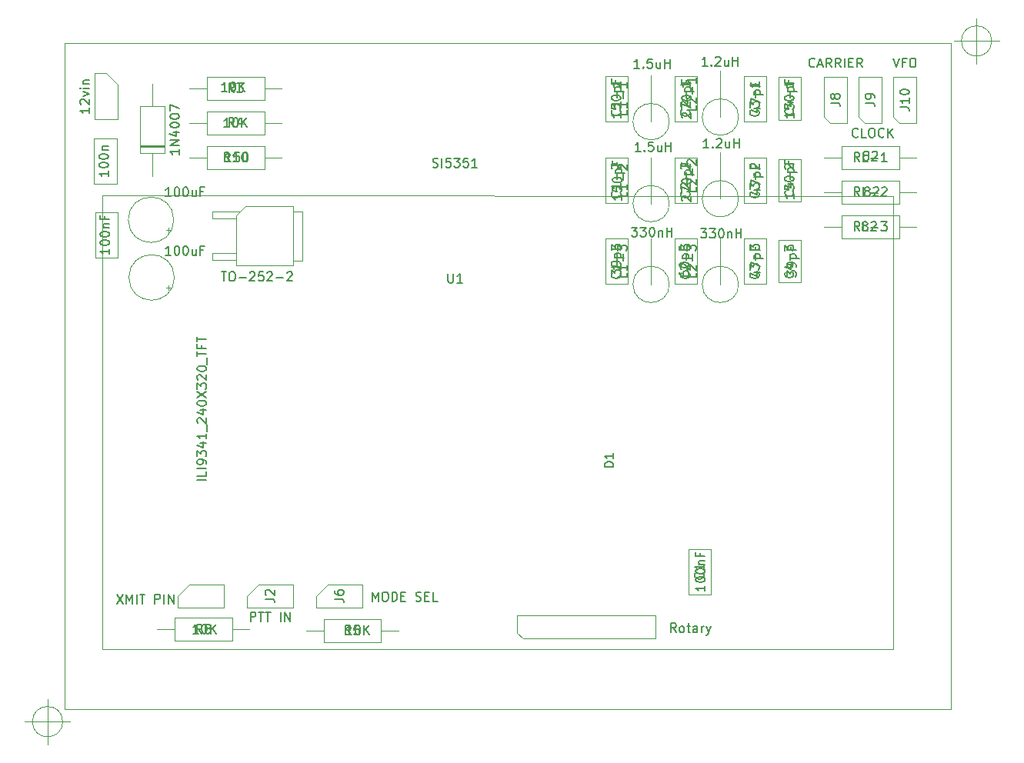
<source format=gbr>
%TF.GenerationSoftware,KiCad,Pcbnew,(6.0.5)*%
%TF.CreationDate,2023-08-26T16:02:20+02:00*%
%TF.ProjectId,IZ5 VFO V32,495a3520-5646-44f2-9056-33322e6b6963,rev?*%
%TF.SameCoordinates,Original*%
%TF.FileFunction,AssemblyDrawing,Top*%
%FSLAX46Y46*%
G04 Gerber Fmt 4.6, Leading zero omitted, Abs format (unit mm)*
G04 Created by KiCad (PCBNEW (6.0.5)) date 2023-08-26 16:02:20*
%MOMM*%
%LPD*%
G01*
G04 APERTURE LIST*
%TA.AperFunction,Profile*%
%ADD10C,0.100000*%
%TD*%
%ADD11C,0.150000*%
%ADD12C,0.141000*%
%ADD13C,0.100000*%
G04 APERTURE END LIST*
D10*
X89535000Y-61214000D02*
X187071000Y-61214000D01*
X187071000Y-61214000D02*
X187071000Y-134493000D01*
X187071000Y-134493000D02*
X89535000Y-134493000D01*
X89535000Y-134493000D02*
X89535000Y-61214000D01*
X191531666Y-60960000D02*
G75*
G03*
X191531666Y-60960000I-1666666J0D01*
G01*
X187365000Y-60960000D02*
X192365000Y-60960000D01*
X189865000Y-58460000D02*
X189865000Y-63460000D01*
X89296666Y-135890000D02*
G75*
G03*
X89296666Y-135890000I-1666666J0D01*
G01*
X85130000Y-135890000D02*
X90130000Y-135890000D01*
X87630000Y-133390000D02*
X87630000Y-138390000D01*
D11*
%TO.C,R10*%
X107791333Y-74239380D02*
X107219904Y-74239380D01*
X107505619Y-74239380D02*
X107505619Y-73239380D01*
X107410380Y-73382238D01*
X107315142Y-73477476D01*
X107219904Y-73525095D01*
X108696095Y-73239380D02*
X108219904Y-73239380D01*
X108172285Y-73715571D01*
X108219904Y-73667952D01*
X108315142Y-73620333D01*
X108553238Y-73620333D01*
X108648476Y-73667952D01*
X108696095Y-73715571D01*
X108743714Y-73810809D01*
X108743714Y-74048904D01*
X108696095Y-74144142D01*
X108648476Y-74191761D01*
X108553238Y-74239380D01*
X108315142Y-74239380D01*
X108219904Y-74191761D01*
X108172285Y-74144142D01*
X109362761Y-73239380D02*
X109458000Y-73239380D01*
X109553238Y-73287000D01*
X109600857Y-73334619D01*
X109648476Y-73429857D01*
X109696095Y-73620333D01*
X109696095Y-73858428D01*
X109648476Y-74048904D01*
X109600857Y-74144142D01*
X109553238Y-74191761D01*
X109458000Y-74239380D01*
X109362761Y-74239380D01*
X109267523Y-74191761D01*
X109219904Y-74144142D01*
X109172285Y-74048904D01*
X109124666Y-73858428D01*
X109124666Y-73620333D01*
X109172285Y-73429857D01*
X109219904Y-73334619D01*
X109267523Y-73287000D01*
X109362761Y-73239380D01*
X107688142Y-74239380D02*
X107354809Y-73763190D01*
X107116714Y-74239380D02*
X107116714Y-73239380D01*
X107497666Y-73239380D01*
X107592904Y-73287000D01*
X107640523Y-73334619D01*
X107688142Y-73429857D01*
X107688142Y-73572714D01*
X107640523Y-73667952D01*
X107592904Y-73715571D01*
X107497666Y-73763190D01*
X107116714Y-73763190D01*
X108640523Y-74239380D02*
X108069095Y-74239380D01*
X108354809Y-74239380D02*
X108354809Y-73239380D01*
X108259571Y-73382238D01*
X108164333Y-73477476D01*
X108069095Y-73525095D01*
X109259571Y-73239380D02*
X109354809Y-73239380D01*
X109450047Y-73287000D01*
X109497666Y-73334619D01*
X109545285Y-73429857D01*
X109592904Y-73620333D01*
X109592904Y-73858428D01*
X109545285Y-74048904D01*
X109497666Y-74144142D01*
X109450047Y-74191761D01*
X109354809Y-74239380D01*
X109259571Y-74239380D01*
X109164333Y-74191761D01*
X109116714Y-74144142D01*
X109069095Y-74048904D01*
X109021476Y-73858428D01*
X109021476Y-73620333D01*
X109069095Y-73429857D01*
X109116714Y-73334619D01*
X109164333Y-73287000D01*
X109259571Y-73239380D01*
%TO.C,RL-2*%
X177736571Y-77477952D02*
X177641333Y-77430333D01*
X177593714Y-77382714D01*
X177546095Y-77287476D01*
X177546095Y-77239857D01*
X177593714Y-77144619D01*
X177641333Y-77097000D01*
X177736571Y-77049380D01*
X177927047Y-77049380D01*
X178022285Y-77097000D01*
X178069904Y-77144619D01*
X178117523Y-77239857D01*
X178117523Y-77287476D01*
X178069904Y-77382714D01*
X178022285Y-77430333D01*
X177927047Y-77477952D01*
X177736571Y-77477952D01*
X177641333Y-77525571D01*
X177593714Y-77573190D01*
X177546095Y-77668428D01*
X177546095Y-77858904D01*
X177593714Y-77954142D01*
X177641333Y-78001761D01*
X177736571Y-78049380D01*
X177927047Y-78049380D01*
X178022285Y-78001761D01*
X178069904Y-77954142D01*
X178117523Y-77858904D01*
X178117523Y-77668428D01*
X178069904Y-77573190D01*
X178022285Y-77525571D01*
X177927047Y-77477952D01*
X178498476Y-77144619D02*
X178546095Y-77097000D01*
X178641333Y-77049380D01*
X178879428Y-77049380D01*
X178974666Y-77097000D01*
X179022285Y-77144619D01*
X179069904Y-77239857D01*
X179069904Y-77335095D01*
X179022285Y-77477952D01*
X178450857Y-78049380D01*
X179069904Y-78049380D01*
X176990523Y-78049380D02*
X176657190Y-77573190D01*
X176419095Y-78049380D02*
X176419095Y-77049380D01*
X176800047Y-77049380D01*
X176895285Y-77097000D01*
X176942904Y-77144619D01*
X176990523Y-77239857D01*
X176990523Y-77382714D01*
X176942904Y-77477952D01*
X176895285Y-77525571D01*
X176800047Y-77573190D01*
X176419095Y-77573190D01*
X177895285Y-78049380D02*
X177419095Y-78049380D01*
X177419095Y-77049380D01*
X178228619Y-77668428D02*
X178990523Y-77668428D01*
X179419095Y-77144619D02*
X179466714Y-77097000D01*
X179561952Y-77049380D01*
X179800047Y-77049380D01*
X179895285Y-77097000D01*
X179942904Y-77144619D01*
X179990523Y-77239857D01*
X179990523Y-77335095D01*
X179942904Y-77477952D01*
X179371476Y-78049380D01*
X179990523Y-78049380D01*
%TO.C,J0*%
X92229371Y-68317904D02*
X92229371Y-68889333D01*
X92229371Y-68603619D02*
X91229371Y-68603619D01*
X91372229Y-68698857D01*
X91467467Y-68794095D01*
X91515086Y-68889333D01*
X91324610Y-67936952D02*
X91276991Y-67889333D01*
X91229371Y-67794095D01*
X91229371Y-67556000D01*
X91276991Y-67460761D01*
X91324610Y-67413142D01*
X91419848Y-67365523D01*
X91515086Y-67365523D01*
X91657943Y-67413142D01*
X92229371Y-67984571D01*
X92229371Y-67365523D01*
X91562705Y-67032190D02*
X92229371Y-66794095D01*
X91562705Y-66556000D01*
X92229371Y-66175047D02*
X91562705Y-66175047D01*
X91229371Y-66175047D02*
X91276991Y-66222666D01*
X91324610Y-66175047D01*
X91276991Y-66127428D01*
X91229371Y-66175047D01*
X91324610Y-66175047D01*
X91562705Y-65698857D02*
X92229371Y-65698857D01*
X91657943Y-65698857D02*
X91610324Y-65651238D01*
X91562705Y-65556000D01*
X91562705Y-65413142D01*
X91610324Y-65317904D01*
X91705562Y-65270285D01*
X92229371Y-65270285D01*
%TO.C,J8*%
X172061476Y-63754142D02*
X172013857Y-63801761D01*
X171871000Y-63849380D01*
X171775761Y-63849380D01*
X171632904Y-63801761D01*
X171537666Y-63706523D01*
X171490047Y-63611285D01*
X171442428Y-63420809D01*
X171442428Y-63277952D01*
X171490047Y-63087476D01*
X171537666Y-62992238D01*
X171632904Y-62897000D01*
X171775761Y-62849380D01*
X171871000Y-62849380D01*
X172013857Y-62897000D01*
X172061476Y-62944619D01*
X172442428Y-63563666D02*
X172918619Y-63563666D01*
X172347190Y-63849380D02*
X172680523Y-62849380D01*
X173013857Y-63849380D01*
X173918619Y-63849380D02*
X173585285Y-63373190D01*
X173347190Y-63849380D02*
X173347190Y-62849380D01*
X173728142Y-62849380D01*
X173823380Y-62897000D01*
X173871000Y-62944619D01*
X173918619Y-63039857D01*
X173918619Y-63182714D01*
X173871000Y-63277952D01*
X173823380Y-63325571D01*
X173728142Y-63373190D01*
X173347190Y-63373190D01*
X174918619Y-63849380D02*
X174585285Y-63373190D01*
X174347190Y-63849380D02*
X174347190Y-62849380D01*
X174728142Y-62849380D01*
X174823380Y-62897000D01*
X174871000Y-62944619D01*
X174918619Y-63039857D01*
X174918619Y-63182714D01*
X174871000Y-63277952D01*
X174823380Y-63325571D01*
X174728142Y-63373190D01*
X174347190Y-63373190D01*
X175347190Y-63849380D02*
X175347190Y-62849380D01*
X175823380Y-63325571D02*
X176156714Y-63325571D01*
X176299571Y-63849380D02*
X175823380Y-63849380D01*
X175823380Y-62849380D01*
X176299571Y-62849380D01*
X177299571Y-63849380D02*
X176966238Y-63373190D01*
X176728142Y-63849380D02*
X176728142Y-62849380D01*
X177109095Y-62849380D01*
X177204333Y-62897000D01*
X177251952Y-62944619D01*
X177299571Y-63039857D01*
X177299571Y-63182714D01*
X177251952Y-63277952D01*
X177204333Y-63325571D01*
X177109095Y-63373190D01*
X176728142Y-63373190D01*
X173823380Y-67770333D02*
X174537666Y-67770333D01*
X174680523Y-67817952D01*
X174775761Y-67913190D01*
X174823380Y-68056047D01*
X174823380Y-68151285D01*
X174251952Y-67151285D02*
X174204333Y-67246523D01*
X174156714Y-67294142D01*
X174061476Y-67341761D01*
X174013857Y-67341761D01*
X173918619Y-67294142D01*
X173871000Y-67246523D01*
X173823380Y-67151285D01*
X173823380Y-66960809D01*
X173871000Y-66865571D01*
X173918619Y-66817952D01*
X174013857Y-66770333D01*
X174061476Y-66770333D01*
X174156714Y-66817952D01*
X174204333Y-66865571D01*
X174251952Y-66960809D01*
X174251952Y-67151285D01*
X174299571Y-67246523D01*
X174347190Y-67294142D01*
X174442428Y-67341761D01*
X174632904Y-67341761D01*
X174728142Y-67294142D01*
X174775761Y-67246523D01*
X174823380Y-67151285D01*
X174823380Y-66960809D01*
X174775761Y-66865571D01*
X174728142Y-66817952D01*
X174632904Y-66770333D01*
X174442428Y-66770333D01*
X174347190Y-66817952D01*
X174299571Y-66865571D01*
X174251952Y-66960809D01*
%TO.C,C2-2*%
X157535619Y-78573047D02*
X157488000Y-78525428D01*
X157440380Y-78430190D01*
X157440380Y-78192095D01*
X157488000Y-78096857D01*
X157535619Y-78049238D01*
X157630857Y-78001619D01*
X157726095Y-78001619D01*
X157868952Y-78049238D01*
X158440380Y-78620666D01*
X158440380Y-78001619D01*
X157440380Y-77668285D02*
X157440380Y-77001619D01*
X158440380Y-77430190D01*
X157440380Y-76430190D02*
X157440380Y-76334952D01*
X157488000Y-76239714D01*
X157535619Y-76192095D01*
X157630857Y-76144476D01*
X157821333Y-76096857D01*
X158059428Y-76096857D01*
X158249904Y-76144476D01*
X158345142Y-76192095D01*
X158392761Y-76239714D01*
X158440380Y-76334952D01*
X158440380Y-76430190D01*
X158392761Y-76525428D01*
X158345142Y-76573047D01*
X158249904Y-76620666D01*
X158059428Y-76668285D01*
X157821333Y-76668285D01*
X157630857Y-76620666D01*
X157535619Y-76573047D01*
X157488000Y-76525428D01*
X157440380Y-76430190D01*
X157773714Y-75668285D02*
X158773714Y-75668285D01*
X157821333Y-75668285D02*
X157773714Y-75573047D01*
X157773714Y-75382571D01*
X157821333Y-75287333D01*
X157868952Y-75239714D01*
X157964190Y-75192095D01*
X158249904Y-75192095D01*
X158345142Y-75239714D01*
X158392761Y-75287333D01*
X158440380Y-75382571D01*
X158440380Y-75573047D01*
X158392761Y-75668285D01*
X157916571Y-74430190D02*
X157916571Y-74763523D01*
X158440380Y-74763523D02*
X157440380Y-74763523D01*
X157440380Y-74287333D01*
X158218142Y-77588904D02*
X158265761Y-77636523D01*
X158313380Y-77779380D01*
X158313380Y-77874619D01*
X158265761Y-78017476D01*
X158170523Y-78112714D01*
X158075285Y-78160333D01*
X157884809Y-78207952D01*
X157741952Y-78207952D01*
X157551476Y-78160333D01*
X157456238Y-78112714D01*
X157361000Y-78017476D01*
X157313380Y-77874619D01*
X157313380Y-77779380D01*
X157361000Y-77636523D01*
X157408619Y-77588904D01*
X157408619Y-77207952D02*
X157361000Y-77160333D01*
X157313380Y-77065095D01*
X157313380Y-76827000D01*
X157361000Y-76731761D01*
X157408619Y-76684142D01*
X157503857Y-76636523D01*
X157599095Y-76636523D01*
X157741952Y-76684142D01*
X158313380Y-77255571D01*
X158313380Y-76636523D01*
X157932428Y-76207952D02*
X157932428Y-75446047D01*
X157408619Y-75017476D02*
X157361000Y-74969857D01*
X157313380Y-74874619D01*
X157313380Y-74636523D01*
X157361000Y-74541285D01*
X157408619Y-74493666D01*
X157503857Y-74446047D01*
X157599095Y-74446047D01*
X157741952Y-74493666D01*
X158313380Y-75065095D01*
X158313380Y-74446047D01*
%TO.C,L2-3*%
X159536095Y-81621380D02*
X160155142Y-81621380D01*
X159821809Y-82002333D01*
X159964666Y-82002333D01*
X160059904Y-82049952D01*
X160107523Y-82097571D01*
X160155142Y-82192809D01*
X160155142Y-82430904D01*
X160107523Y-82526142D01*
X160059904Y-82573761D01*
X159964666Y-82621380D01*
X159678952Y-82621380D01*
X159583714Y-82573761D01*
X159536095Y-82526142D01*
X160488476Y-81621380D02*
X161107523Y-81621380D01*
X160774190Y-82002333D01*
X160917047Y-82002333D01*
X161012285Y-82049952D01*
X161059904Y-82097571D01*
X161107523Y-82192809D01*
X161107523Y-82430904D01*
X161059904Y-82526142D01*
X161012285Y-82573761D01*
X160917047Y-82621380D01*
X160631333Y-82621380D01*
X160536095Y-82573761D01*
X160488476Y-82526142D01*
X161726571Y-81621380D02*
X161821809Y-81621380D01*
X161917047Y-81669000D01*
X161964666Y-81716619D01*
X162012285Y-81811857D01*
X162059904Y-82002333D01*
X162059904Y-82240428D01*
X162012285Y-82430904D01*
X161964666Y-82526142D01*
X161917047Y-82573761D01*
X161821809Y-82621380D01*
X161726571Y-82621380D01*
X161631333Y-82573761D01*
X161583714Y-82526142D01*
X161536095Y-82430904D01*
X161488476Y-82240428D01*
X161488476Y-82002333D01*
X161536095Y-81811857D01*
X161583714Y-81716619D01*
X161631333Y-81669000D01*
X161726571Y-81621380D01*
X162488476Y-81954714D02*
X162488476Y-82621380D01*
X162488476Y-82049952D02*
X162536095Y-82002333D01*
X162631333Y-81954714D01*
X162774190Y-81954714D01*
X162869428Y-82002333D01*
X162917047Y-82097571D01*
X162917047Y-82621380D01*
X163393238Y-82621380D02*
X163393238Y-81621380D01*
X163393238Y-82097571D02*
X163964666Y-82097571D01*
X163964666Y-82621380D02*
X163964666Y-81621380D01*
X159003380Y-86478904D02*
X159003380Y-86955095D01*
X158003380Y-86955095D01*
X158098619Y-86193190D02*
X158051000Y-86145571D01*
X158003380Y-86050333D01*
X158003380Y-85812238D01*
X158051000Y-85717000D01*
X158098619Y-85669380D01*
X158193857Y-85621761D01*
X158289095Y-85621761D01*
X158431952Y-85669380D01*
X159003380Y-86240809D01*
X159003380Y-85621761D01*
X158622428Y-85193190D02*
X158622428Y-84431285D01*
X158003380Y-84050333D02*
X158003380Y-83431285D01*
X158384333Y-83764619D01*
X158384333Y-83621761D01*
X158431952Y-83526523D01*
X158479571Y-83478904D01*
X158574809Y-83431285D01*
X158812904Y-83431285D01*
X158908142Y-83478904D01*
X158955761Y-83526523D01*
X159003380Y-83621761D01*
X159003380Y-83907476D01*
X158955761Y-84002714D01*
X158908142Y-84050333D01*
%TO.C,C1*%
X159964380Y-120927619D02*
X159964380Y-121499047D01*
X159964380Y-121213333D02*
X158964380Y-121213333D01*
X159107238Y-121308571D01*
X159202476Y-121403809D01*
X159250095Y-121499047D01*
X158964380Y-120308571D02*
X158964380Y-120213333D01*
X159012000Y-120118095D01*
X159059619Y-120070476D01*
X159154857Y-120022857D01*
X159345333Y-119975238D01*
X159583428Y-119975238D01*
X159773904Y-120022857D01*
X159869142Y-120070476D01*
X159916761Y-120118095D01*
X159964380Y-120213333D01*
X159964380Y-120308571D01*
X159916761Y-120403809D01*
X159869142Y-120451428D01*
X159773904Y-120499047D01*
X159583428Y-120546666D01*
X159345333Y-120546666D01*
X159154857Y-120499047D01*
X159059619Y-120451428D01*
X159012000Y-120403809D01*
X158964380Y-120308571D01*
X158964380Y-119356190D02*
X158964380Y-119260952D01*
X159012000Y-119165714D01*
X159059619Y-119118095D01*
X159154857Y-119070476D01*
X159345333Y-119022857D01*
X159583428Y-119022857D01*
X159773904Y-119070476D01*
X159869142Y-119118095D01*
X159916761Y-119165714D01*
X159964380Y-119260952D01*
X159964380Y-119356190D01*
X159916761Y-119451428D01*
X159869142Y-119499047D01*
X159773904Y-119546666D01*
X159583428Y-119594285D01*
X159345333Y-119594285D01*
X159154857Y-119546666D01*
X159059619Y-119499047D01*
X159012000Y-119451428D01*
X158964380Y-119356190D01*
X159297714Y-118594285D02*
X159964380Y-118594285D01*
X159392952Y-118594285D02*
X159345333Y-118546666D01*
X159297714Y-118451428D01*
X159297714Y-118308571D01*
X159345333Y-118213333D01*
X159440571Y-118165714D01*
X159964380Y-118165714D01*
X159440571Y-117356190D02*
X159440571Y-117689523D01*
X159964380Y-117689523D02*
X158964380Y-117689523D01*
X158964380Y-117213333D01*
X159742142Y-119546666D02*
X159789761Y-119594285D01*
X159837380Y-119737142D01*
X159837380Y-119832380D01*
X159789761Y-119975238D01*
X159694523Y-120070476D01*
X159599285Y-120118095D01*
X159408809Y-120165714D01*
X159265952Y-120165714D01*
X159075476Y-120118095D01*
X158980238Y-120070476D01*
X158885000Y-119975238D01*
X158837380Y-119832380D01*
X158837380Y-119737142D01*
X158885000Y-119594285D01*
X158932619Y-119546666D01*
X159837380Y-118594285D02*
X159837380Y-119165714D01*
X159837380Y-118880000D02*
X158837380Y-118880000D01*
X158980238Y-118975238D01*
X159075476Y-119070476D01*
X159123095Y-119165714D01*
%TO.C,R5*%
X121102523Y-126309380D02*
X120531095Y-126309380D01*
X120816809Y-126309380D02*
X120816809Y-125309380D01*
X120721571Y-125452238D01*
X120626333Y-125547476D01*
X120531095Y-125595095D01*
X121721571Y-125309380D02*
X121816809Y-125309380D01*
X121912047Y-125357000D01*
X121959666Y-125404619D01*
X122007285Y-125499857D01*
X122054904Y-125690333D01*
X122054904Y-125928428D01*
X122007285Y-126118904D01*
X121959666Y-126214142D01*
X121912047Y-126261761D01*
X121816809Y-126309380D01*
X121721571Y-126309380D01*
X121626333Y-126261761D01*
X121578714Y-126214142D01*
X121531095Y-126118904D01*
X121483476Y-125928428D01*
X121483476Y-125690333D01*
X121531095Y-125499857D01*
X121578714Y-125404619D01*
X121626333Y-125357000D01*
X121721571Y-125309380D01*
X122483476Y-126309380D02*
X122483476Y-125309380D01*
X123054904Y-126309380D02*
X122626333Y-125737952D01*
X123054904Y-125309380D02*
X122483476Y-125880809D01*
X120991333Y-126309380D02*
X120658000Y-125833190D01*
X120419904Y-126309380D02*
X120419904Y-125309380D01*
X120800857Y-125309380D01*
X120896095Y-125357000D01*
X120943714Y-125404619D01*
X120991333Y-125499857D01*
X120991333Y-125642714D01*
X120943714Y-125737952D01*
X120896095Y-125785571D01*
X120800857Y-125833190D01*
X120419904Y-125833190D01*
X121896095Y-125309380D02*
X121419904Y-125309380D01*
X121372285Y-125785571D01*
X121419904Y-125737952D01*
X121515142Y-125690333D01*
X121753238Y-125690333D01*
X121848476Y-125737952D01*
X121896095Y-125785571D01*
X121943714Y-125880809D01*
X121943714Y-126118904D01*
X121896095Y-126214142D01*
X121848476Y-126261761D01*
X121753238Y-126309380D01*
X121515142Y-126309380D01*
X121419904Y-126261761D01*
X121372285Y-126214142D01*
%TO.C,C-01*%
X94432380Y-83843619D02*
X94432380Y-84415047D01*
X94432380Y-84129333D02*
X93432380Y-84129333D01*
X93575238Y-84224571D01*
X93670476Y-84319809D01*
X93718095Y-84415047D01*
X93432380Y-83224571D02*
X93432380Y-83129333D01*
X93480000Y-83034095D01*
X93527619Y-82986476D01*
X93622857Y-82938857D01*
X93813333Y-82891238D01*
X94051428Y-82891238D01*
X94241904Y-82938857D01*
X94337142Y-82986476D01*
X94384761Y-83034095D01*
X94432380Y-83129333D01*
X94432380Y-83224571D01*
X94384761Y-83319809D01*
X94337142Y-83367428D01*
X94241904Y-83415047D01*
X94051428Y-83462666D01*
X93813333Y-83462666D01*
X93622857Y-83415047D01*
X93527619Y-83367428D01*
X93480000Y-83319809D01*
X93432380Y-83224571D01*
X93432380Y-82272190D02*
X93432380Y-82176952D01*
X93480000Y-82081714D01*
X93527619Y-82034095D01*
X93622857Y-81986476D01*
X93813333Y-81938857D01*
X94051428Y-81938857D01*
X94241904Y-81986476D01*
X94337142Y-82034095D01*
X94384761Y-82081714D01*
X94432380Y-82176952D01*
X94432380Y-82272190D01*
X94384761Y-82367428D01*
X94337142Y-82415047D01*
X94241904Y-82462666D01*
X94051428Y-82510285D01*
X93813333Y-82510285D01*
X93622857Y-82462666D01*
X93527619Y-82415047D01*
X93480000Y-82367428D01*
X93432380Y-82272190D01*
X93765714Y-81510285D02*
X94432380Y-81510285D01*
X93860952Y-81510285D02*
X93813333Y-81462666D01*
X93765714Y-81367428D01*
X93765714Y-81224571D01*
X93813333Y-81129333D01*
X93908571Y-81081714D01*
X94432380Y-81081714D01*
X93908571Y-80272190D02*
X93908571Y-80605523D01*
X94432380Y-80605523D02*
X93432380Y-80605523D01*
X93432380Y-80129333D01*
%TO.C,D1*%
X105100380Y-109306333D02*
X104100380Y-109306333D01*
X105100380Y-108353952D02*
X105100380Y-108830142D01*
X104100380Y-108830142D01*
X105100380Y-108020619D02*
X104100380Y-108020619D01*
X105100380Y-107496809D02*
X105100380Y-107306333D01*
X105052761Y-107211095D01*
X105005142Y-107163476D01*
X104862285Y-107068238D01*
X104671809Y-107020619D01*
X104290857Y-107020619D01*
X104195619Y-107068238D01*
X104148000Y-107115857D01*
X104100380Y-107211095D01*
X104100380Y-107401571D01*
X104148000Y-107496809D01*
X104195619Y-107544428D01*
X104290857Y-107592047D01*
X104528952Y-107592047D01*
X104624190Y-107544428D01*
X104671809Y-107496809D01*
X104719428Y-107401571D01*
X104719428Y-107211095D01*
X104671809Y-107115857D01*
X104624190Y-107068238D01*
X104528952Y-107020619D01*
X104100380Y-106687285D02*
X104100380Y-106068238D01*
X104481333Y-106401571D01*
X104481333Y-106258714D01*
X104528952Y-106163476D01*
X104576571Y-106115857D01*
X104671809Y-106068238D01*
X104909904Y-106068238D01*
X105005142Y-106115857D01*
X105052761Y-106163476D01*
X105100380Y-106258714D01*
X105100380Y-106544428D01*
X105052761Y-106639666D01*
X105005142Y-106687285D01*
X104433714Y-105211095D02*
X105100380Y-105211095D01*
X104052761Y-105449190D02*
X104767047Y-105687285D01*
X104767047Y-105068238D01*
X105100380Y-104163476D02*
X105100380Y-104734904D01*
X105100380Y-104449190D02*
X104100380Y-104449190D01*
X104243238Y-104544428D01*
X104338476Y-104639666D01*
X104386095Y-104734904D01*
X105195619Y-103973000D02*
X105195619Y-103211095D01*
X104195619Y-103020619D02*
X104148000Y-102973000D01*
X104100380Y-102877761D01*
X104100380Y-102639666D01*
X104148000Y-102544428D01*
X104195619Y-102496809D01*
X104290857Y-102449190D01*
X104386095Y-102449190D01*
X104528952Y-102496809D01*
X105100380Y-103068238D01*
X105100380Y-102449190D01*
X104433714Y-101592047D02*
X105100380Y-101592047D01*
X104052761Y-101830142D02*
X104767047Y-102068238D01*
X104767047Y-101449190D01*
X104100380Y-100877761D02*
X104100380Y-100782523D01*
X104148000Y-100687285D01*
X104195619Y-100639666D01*
X104290857Y-100592047D01*
X104481333Y-100544428D01*
X104719428Y-100544428D01*
X104909904Y-100592047D01*
X105005142Y-100639666D01*
X105052761Y-100687285D01*
X105100380Y-100782523D01*
X105100380Y-100877761D01*
X105052761Y-100973000D01*
X105005142Y-101020619D01*
X104909904Y-101068238D01*
X104719428Y-101115857D01*
X104481333Y-101115857D01*
X104290857Y-101068238D01*
X104195619Y-101020619D01*
X104148000Y-100973000D01*
X104100380Y-100877761D01*
X104100380Y-100211095D02*
X105100380Y-99544428D01*
X104100380Y-99544428D02*
X105100380Y-100211095D01*
X104100380Y-99258714D02*
X104100380Y-98639666D01*
X104481333Y-98973000D01*
X104481333Y-98830142D01*
X104528952Y-98734904D01*
X104576571Y-98687285D01*
X104671809Y-98639666D01*
X104909904Y-98639666D01*
X105005142Y-98687285D01*
X105052761Y-98734904D01*
X105100380Y-98830142D01*
X105100380Y-99115857D01*
X105052761Y-99211095D01*
X105005142Y-99258714D01*
X104195619Y-98258714D02*
X104148000Y-98211095D01*
X104100380Y-98115857D01*
X104100380Y-97877761D01*
X104148000Y-97782523D01*
X104195619Y-97734904D01*
X104290857Y-97687285D01*
X104386095Y-97687285D01*
X104528952Y-97734904D01*
X105100380Y-98306333D01*
X105100380Y-97687285D01*
X104100380Y-97068238D02*
X104100380Y-96973000D01*
X104148000Y-96877761D01*
X104195619Y-96830142D01*
X104290857Y-96782523D01*
X104481333Y-96734904D01*
X104719428Y-96734904D01*
X104909904Y-96782523D01*
X105005142Y-96830142D01*
X105052761Y-96877761D01*
X105100380Y-96973000D01*
X105100380Y-97068238D01*
X105052761Y-97163476D01*
X105005142Y-97211095D01*
X104909904Y-97258714D01*
X104719428Y-97306333D01*
X104481333Y-97306333D01*
X104290857Y-97258714D01*
X104195619Y-97211095D01*
X104148000Y-97163476D01*
X104100380Y-97068238D01*
X105195619Y-96544428D02*
X105195619Y-95782523D01*
X104100380Y-95687285D02*
X104100380Y-95115857D01*
X105100380Y-95401571D02*
X104100380Y-95401571D01*
X104576571Y-94449190D02*
X104576571Y-94782523D01*
X105100380Y-94782523D02*
X104100380Y-94782523D01*
X104100380Y-94306333D01*
X104100380Y-94068238D02*
X104100380Y-93496809D01*
X105100380Y-93782523D02*
X104100380Y-93782523D01*
X149907380Y-107858095D02*
X148907380Y-107858095D01*
X148907380Y-107620000D01*
X148955000Y-107477142D01*
X149050238Y-107381904D01*
X149145476Y-107334285D01*
X149335952Y-107286666D01*
X149478809Y-107286666D01*
X149669285Y-107334285D01*
X149764523Y-107381904D01*
X149859761Y-107477142D01*
X149907380Y-107620000D01*
X149907380Y-107858095D01*
X149907380Y-106334285D02*
X149907380Y-106905714D01*
X149907380Y-106620000D02*
X148907380Y-106620000D01*
X149050238Y-106715238D01*
X149145476Y-106810476D01*
X149193095Y-106905714D01*
%TO.C,L2-2*%
X160393238Y-72715380D02*
X159821809Y-72715380D01*
X160107523Y-72715380D02*
X160107523Y-71715380D01*
X160012285Y-71858238D01*
X159917047Y-71953476D01*
X159821809Y-72001095D01*
X160821809Y-72620142D02*
X160869428Y-72667761D01*
X160821809Y-72715380D01*
X160774190Y-72667761D01*
X160821809Y-72620142D01*
X160821809Y-72715380D01*
X161250380Y-71810619D02*
X161298000Y-71763000D01*
X161393238Y-71715380D01*
X161631333Y-71715380D01*
X161726571Y-71763000D01*
X161774190Y-71810619D01*
X161821809Y-71905857D01*
X161821809Y-72001095D01*
X161774190Y-72143952D01*
X161202761Y-72715380D01*
X161821809Y-72715380D01*
X162678952Y-72048714D02*
X162678952Y-72715380D01*
X162250380Y-72048714D02*
X162250380Y-72572523D01*
X162298000Y-72667761D01*
X162393238Y-72715380D01*
X162536095Y-72715380D01*
X162631333Y-72667761D01*
X162678952Y-72620142D01*
X163155142Y-72715380D02*
X163155142Y-71715380D01*
X163155142Y-72191571D02*
X163726571Y-72191571D01*
X163726571Y-72715380D02*
X163726571Y-71715380D01*
X159003380Y-77048904D02*
X159003380Y-77525095D01*
X158003380Y-77525095D01*
X158098619Y-76763190D02*
X158051000Y-76715571D01*
X158003380Y-76620333D01*
X158003380Y-76382238D01*
X158051000Y-76287000D01*
X158098619Y-76239380D01*
X158193857Y-76191761D01*
X158289095Y-76191761D01*
X158431952Y-76239380D01*
X159003380Y-76810809D01*
X159003380Y-76191761D01*
X158622428Y-75763190D02*
X158622428Y-75001285D01*
X158098619Y-74572714D02*
X158051000Y-74525095D01*
X158003380Y-74429857D01*
X158003380Y-74191761D01*
X158051000Y-74096523D01*
X158098619Y-74048904D01*
X158193857Y-74001285D01*
X158289095Y-74001285D01*
X158431952Y-74048904D01*
X159003380Y-74620333D01*
X159003380Y-74001285D01*
%TO.C,L1-1*%
X152773238Y-63952380D02*
X152201809Y-63952380D01*
X152487523Y-63952380D02*
X152487523Y-62952380D01*
X152392285Y-63095238D01*
X152297047Y-63190476D01*
X152201809Y-63238095D01*
X153201809Y-63857142D02*
X153249428Y-63904761D01*
X153201809Y-63952380D01*
X153154190Y-63904761D01*
X153201809Y-63857142D01*
X153201809Y-63952380D01*
X154154190Y-62952380D02*
X153678000Y-62952380D01*
X153630380Y-63428571D01*
X153678000Y-63380952D01*
X153773238Y-63333333D01*
X154011333Y-63333333D01*
X154106571Y-63380952D01*
X154154190Y-63428571D01*
X154201809Y-63523809D01*
X154201809Y-63761904D01*
X154154190Y-63857142D01*
X154106571Y-63904761D01*
X154011333Y-63952380D01*
X153773238Y-63952380D01*
X153678000Y-63904761D01*
X153630380Y-63857142D01*
X155058952Y-63285714D02*
X155058952Y-63952380D01*
X154630380Y-63285714D02*
X154630380Y-63809523D01*
X154678000Y-63904761D01*
X154773238Y-63952380D01*
X154916095Y-63952380D01*
X155011333Y-63904761D01*
X155058952Y-63857142D01*
X155535142Y-63952380D02*
X155535142Y-62952380D01*
X155535142Y-63428571D02*
X156106571Y-63428571D01*
X156106571Y-63952380D02*
X156106571Y-62952380D01*
X151383380Y-68558904D02*
X151383380Y-69035095D01*
X150383380Y-69035095D01*
X151383380Y-67701761D02*
X151383380Y-68273190D01*
X151383380Y-67987476D02*
X150383380Y-67987476D01*
X150526238Y-68082714D01*
X150621476Y-68177952D01*
X150669095Y-68273190D01*
X151002428Y-67273190D02*
X151002428Y-66511285D01*
X151383380Y-65511285D02*
X151383380Y-66082714D01*
X151383380Y-65797000D02*
X150383380Y-65797000D01*
X150526238Y-65892238D01*
X150621476Y-65987476D01*
X150669095Y-66082714D01*
%TO.C,C2-3*%
X157186380Y-86383666D02*
X157186380Y-86574142D01*
X157234000Y-86669380D01*
X157281619Y-86717000D01*
X157424476Y-86812238D01*
X157614952Y-86859857D01*
X157995904Y-86859857D01*
X158091142Y-86812238D01*
X158138761Y-86764619D01*
X158186380Y-86669380D01*
X158186380Y-86478904D01*
X158138761Y-86383666D01*
X158091142Y-86336047D01*
X157995904Y-86288428D01*
X157757809Y-86288428D01*
X157662571Y-86336047D01*
X157614952Y-86383666D01*
X157567333Y-86478904D01*
X157567333Y-86669380D01*
X157614952Y-86764619D01*
X157662571Y-86812238D01*
X157757809Y-86859857D01*
X157186380Y-85669380D02*
X157186380Y-85574142D01*
X157234000Y-85478904D01*
X157281619Y-85431285D01*
X157376857Y-85383666D01*
X157567333Y-85336047D01*
X157805428Y-85336047D01*
X157995904Y-85383666D01*
X158091142Y-85431285D01*
X158138761Y-85478904D01*
X158186380Y-85574142D01*
X158186380Y-85669380D01*
X158138761Y-85764619D01*
X158091142Y-85812238D01*
X157995904Y-85859857D01*
X157805428Y-85907476D01*
X157567333Y-85907476D01*
X157376857Y-85859857D01*
X157281619Y-85812238D01*
X157234000Y-85764619D01*
X157186380Y-85669380D01*
X157519714Y-84907476D02*
X158519714Y-84907476D01*
X157567333Y-84907476D02*
X157519714Y-84812238D01*
X157519714Y-84621761D01*
X157567333Y-84526523D01*
X157614952Y-84478904D01*
X157710190Y-84431285D01*
X157995904Y-84431285D01*
X158091142Y-84478904D01*
X158138761Y-84526523D01*
X158186380Y-84621761D01*
X158186380Y-84812238D01*
X158138761Y-84907476D01*
X157662571Y-83669380D02*
X157662571Y-84002714D01*
X158186380Y-84002714D02*
X157186380Y-84002714D01*
X157186380Y-83526523D01*
X158218142Y-86478904D02*
X158265761Y-86526523D01*
X158313380Y-86669380D01*
X158313380Y-86764619D01*
X158265761Y-86907476D01*
X158170523Y-87002714D01*
X158075285Y-87050333D01*
X157884809Y-87097952D01*
X157741952Y-87097952D01*
X157551476Y-87050333D01*
X157456238Y-87002714D01*
X157361000Y-86907476D01*
X157313380Y-86764619D01*
X157313380Y-86669380D01*
X157361000Y-86526523D01*
X157408619Y-86478904D01*
X157408619Y-86097952D02*
X157361000Y-86050333D01*
X157313380Y-85955095D01*
X157313380Y-85717000D01*
X157361000Y-85621761D01*
X157408619Y-85574142D01*
X157503857Y-85526523D01*
X157599095Y-85526523D01*
X157741952Y-85574142D01*
X158313380Y-86145571D01*
X158313380Y-85526523D01*
X157932428Y-85097952D02*
X157932428Y-84336047D01*
X157313380Y-83955095D02*
X157313380Y-83336047D01*
X157694333Y-83669380D01*
X157694333Y-83526523D01*
X157741952Y-83431285D01*
X157789571Y-83383666D01*
X157884809Y-83336047D01*
X158122904Y-83336047D01*
X158218142Y-83383666D01*
X158265761Y-83431285D01*
X158313380Y-83526523D01*
X158313380Y-83812238D01*
X158265761Y-83907476D01*
X158218142Y-83955095D01*
%TO.C,L1-2*%
X152900238Y-73096380D02*
X152328809Y-73096380D01*
X152614523Y-73096380D02*
X152614523Y-72096380D01*
X152519285Y-72239238D01*
X152424047Y-72334476D01*
X152328809Y-72382095D01*
X153328809Y-73001142D02*
X153376428Y-73048761D01*
X153328809Y-73096380D01*
X153281190Y-73048761D01*
X153328809Y-73001142D01*
X153328809Y-73096380D01*
X154281190Y-72096380D02*
X153805000Y-72096380D01*
X153757380Y-72572571D01*
X153805000Y-72524952D01*
X153900238Y-72477333D01*
X154138333Y-72477333D01*
X154233571Y-72524952D01*
X154281190Y-72572571D01*
X154328809Y-72667809D01*
X154328809Y-72905904D01*
X154281190Y-73001142D01*
X154233571Y-73048761D01*
X154138333Y-73096380D01*
X153900238Y-73096380D01*
X153805000Y-73048761D01*
X153757380Y-73001142D01*
X155185952Y-72429714D02*
X155185952Y-73096380D01*
X154757380Y-72429714D02*
X154757380Y-72953523D01*
X154805000Y-73048761D01*
X154900238Y-73096380D01*
X155043095Y-73096380D01*
X155138333Y-73048761D01*
X155185952Y-73001142D01*
X155662142Y-73096380D02*
X155662142Y-72096380D01*
X155662142Y-72572571D02*
X156233571Y-72572571D01*
X156233571Y-73096380D02*
X156233571Y-72096380D01*
X151383380Y-77588904D02*
X151383380Y-78065095D01*
X150383380Y-78065095D01*
X151383380Y-76731761D02*
X151383380Y-77303190D01*
X151383380Y-77017476D02*
X150383380Y-77017476D01*
X150526238Y-77112714D01*
X150621476Y-77207952D01*
X150669095Y-77303190D01*
X151002428Y-76303190D02*
X151002428Y-75541285D01*
X150478619Y-75112714D02*
X150431000Y-75065095D01*
X150383380Y-74969857D01*
X150383380Y-74731761D01*
X150431000Y-74636523D01*
X150478619Y-74588904D01*
X150573857Y-74541285D01*
X150669095Y-74541285D01*
X150811952Y-74588904D01*
X151383380Y-75160333D01*
X151383380Y-74541285D01*
%TO.C,J2*%
X109974333Y-124829380D02*
X109974333Y-123829380D01*
X110355285Y-123829380D01*
X110450523Y-123877000D01*
X110498142Y-123924619D01*
X110545761Y-124019857D01*
X110545761Y-124162714D01*
X110498142Y-124257952D01*
X110450523Y-124305571D01*
X110355285Y-124353190D01*
X109974333Y-124353190D01*
X110831476Y-123829380D02*
X111402904Y-123829380D01*
X111117190Y-124829380D02*
X111117190Y-123829380D01*
X111593380Y-123829380D02*
X112164809Y-123829380D01*
X111879095Y-124829380D02*
X111879095Y-123829380D01*
X113260047Y-124829380D02*
X113260047Y-123829380D01*
X113736238Y-124829380D02*
X113736238Y-123829380D01*
X114307666Y-124829380D01*
X114307666Y-123829380D01*
X111593380Y-122380333D02*
X112307666Y-122380333D01*
X112450523Y-122427952D01*
X112545761Y-122523190D01*
X112593380Y-122666047D01*
X112593380Y-122761285D01*
X111688619Y-121951761D02*
X111641000Y-121904142D01*
X111593380Y-121808904D01*
X111593380Y-121570809D01*
X111641000Y-121475571D01*
X111688619Y-121427952D01*
X111783857Y-121380333D01*
X111879095Y-121380333D01*
X112021952Y-121427952D01*
X112593380Y-121999380D01*
X112593380Y-121380333D01*
%TO.C,R8*%
X104211523Y-126182380D02*
X103640095Y-126182380D01*
X103925809Y-126182380D02*
X103925809Y-125182380D01*
X103830571Y-125325238D01*
X103735333Y-125420476D01*
X103640095Y-125468095D01*
X104830571Y-125182380D02*
X104925809Y-125182380D01*
X105021047Y-125230000D01*
X105068666Y-125277619D01*
X105116285Y-125372857D01*
X105163904Y-125563333D01*
X105163904Y-125801428D01*
X105116285Y-125991904D01*
X105068666Y-126087142D01*
X105021047Y-126134761D01*
X104925809Y-126182380D01*
X104830571Y-126182380D01*
X104735333Y-126134761D01*
X104687714Y-126087142D01*
X104640095Y-125991904D01*
X104592476Y-125801428D01*
X104592476Y-125563333D01*
X104640095Y-125372857D01*
X104687714Y-125277619D01*
X104735333Y-125230000D01*
X104830571Y-125182380D01*
X105592476Y-126182380D02*
X105592476Y-125182380D01*
X106163904Y-126182380D02*
X105735333Y-125610952D01*
X106163904Y-125182380D02*
X105592476Y-125753809D01*
X104608333Y-126182380D02*
X104275000Y-125706190D01*
X104036904Y-126182380D02*
X104036904Y-125182380D01*
X104417857Y-125182380D01*
X104513095Y-125230000D01*
X104560714Y-125277619D01*
X104608333Y-125372857D01*
X104608333Y-125515714D01*
X104560714Y-125610952D01*
X104513095Y-125658571D01*
X104417857Y-125706190D01*
X104036904Y-125706190D01*
X105179761Y-125610952D02*
X105084523Y-125563333D01*
X105036904Y-125515714D01*
X104989285Y-125420476D01*
X104989285Y-125372857D01*
X105036904Y-125277619D01*
X105084523Y-125230000D01*
X105179761Y-125182380D01*
X105370238Y-125182380D01*
X105465476Y-125230000D01*
X105513095Y-125277619D01*
X105560714Y-125372857D01*
X105560714Y-125420476D01*
X105513095Y-125515714D01*
X105465476Y-125563333D01*
X105370238Y-125610952D01*
X105179761Y-125610952D01*
X105084523Y-125658571D01*
X105036904Y-125706190D01*
X104989285Y-125801428D01*
X104989285Y-125991904D01*
X105036904Y-126087142D01*
X105084523Y-126134761D01*
X105179761Y-126182380D01*
X105370238Y-126182380D01*
X105465476Y-126134761D01*
X105513095Y-126087142D01*
X105560714Y-125991904D01*
X105560714Y-125801428D01*
X105513095Y-125706190D01*
X105465476Y-125658571D01*
X105370238Y-125610952D01*
%TO.C,R4*%
X107640523Y-70429380D02*
X107069095Y-70429380D01*
X107354809Y-70429380D02*
X107354809Y-69429380D01*
X107259571Y-69572238D01*
X107164333Y-69667476D01*
X107069095Y-69715095D01*
X108259571Y-69429380D02*
X108354809Y-69429380D01*
X108450047Y-69477000D01*
X108497666Y-69524619D01*
X108545285Y-69619857D01*
X108592904Y-69810333D01*
X108592904Y-70048428D01*
X108545285Y-70238904D01*
X108497666Y-70334142D01*
X108450047Y-70381761D01*
X108354809Y-70429380D01*
X108259571Y-70429380D01*
X108164333Y-70381761D01*
X108116714Y-70334142D01*
X108069095Y-70238904D01*
X108021476Y-70048428D01*
X108021476Y-69810333D01*
X108069095Y-69619857D01*
X108116714Y-69524619D01*
X108164333Y-69477000D01*
X108259571Y-69429380D01*
X109021476Y-70429380D02*
X109021476Y-69429380D01*
X109592904Y-70429380D02*
X109164333Y-69857952D01*
X109592904Y-69429380D02*
X109021476Y-70000809D01*
X108164333Y-70429380D02*
X107831000Y-69953190D01*
X107592904Y-70429380D02*
X107592904Y-69429380D01*
X107973857Y-69429380D01*
X108069095Y-69477000D01*
X108116714Y-69524619D01*
X108164333Y-69619857D01*
X108164333Y-69762714D01*
X108116714Y-69857952D01*
X108069095Y-69905571D01*
X107973857Y-69953190D01*
X107592904Y-69953190D01*
X109021476Y-69762714D02*
X109021476Y-70429380D01*
X108783380Y-69381761D02*
X108545285Y-70096047D01*
X109164333Y-70096047D01*
%TO.C,C4-3*%
X168997380Y-86907476D02*
X168997380Y-86288428D01*
X169378333Y-86621761D01*
X169378333Y-86478904D01*
X169425952Y-86383666D01*
X169473571Y-86336047D01*
X169568809Y-86288428D01*
X169806904Y-86288428D01*
X169902142Y-86336047D01*
X169949761Y-86383666D01*
X169997380Y-86478904D01*
X169997380Y-86764619D01*
X169949761Y-86859857D01*
X169902142Y-86907476D01*
X169997380Y-85812238D02*
X169997380Y-85621761D01*
X169949761Y-85526523D01*
X169902142Y-85478904D01*
X169759285Y-85383666D01*
X169568809Y-85336047D01*
X169187857Y-85336047D01*
X169092619Y-85383666D01*
X169045000Y-85431285D01*
X168997380Y-85526523D01*
X168997380Y-85717000D01*
X169045000Y-85812238D01*
X169092619Y-85859857D01*
X169187857Y-85907476D01*
X169425952Y-85907476D01*
X169521190Y-85859857D01*
X169568809Y-85812238D01*
X169616428Y-85717000D01*
X169616428Y-85526523D01*
X169568809Y-85431285D01*
X169521190Y-85383666D01*
X169425952Y-85336047D01*
X169330714Y-84907476D02*
X170330714Y-84907476D01*
X169378333Y-84907476D02*
X169330714Y-84812238D01*
X169330714Y-84621761D01*
X169378333Y-84526523D01*
X169425952Y-84478904D01*
X169521190Y-84431285D01*
X169806904Y-84431285D01*
X169902142Y-84478904D01*
X169949761Y-84526523D01*
X169997380Y-84621761D01*
X169997380Y-84812238D01*
X169949761Y-84907476D01*
X169473571Y-83669380D02*
X169473571Y-84002714D01*
X169997380Y-84002714D02*
X168997380Y-84002714D01*
X168997380Y-83526523D01*
D12*
X169626714Y-86403190D02*
X169671476Y-86447952D01*
X169716238Y-86582238D01*
X169716238Y-86671761D01*
X169671476Y-86806047D01*
X169581952Y-86895571D01*
X169492428Y-86940333D01*
X169313380Y-86985095D01*
X169179095Y-86985095D01*
X169000047Y-86940333D01*
X168910523Y-86895571D01*
X168821000Y-86806047D01*
X168776238Y-86671761D01*
X168776238Y-86582238D01*
X168821000Y-86447952D01*
X168865761Y-86403190D01*
X169089571Y-85597476D02*
X169716238Y-85597476D01*
X168731476Y-85821285D02*
X169402904Y-86045095D01*
X169402904Y-85463190D01*
X169358142Y-85105095D02*
X169358142Y-84388904D01*
X168776238Y-84030809D02*
X168776238Y-83448904D01*
X169134333Y-83762238D01*
X169134333Y-83627952D01*
X169179095Y-83538428D01*
X169223857Y-83493666D01*
X169313380Y-83448904D01*
X169537190Y-83448904D01*
X169626714Y-83493666D01*
X169671476Y-83538428D01*
X169716238Y-83627952D01*
X169716238Y-83896523D01*
X169671476Y-83986047D01*
X169626714Y-84030809D01*
D11*
%TO.C,D1*%
X102109371Y-72881857D02*
X102109371Y-73453285D01*
X102109371Y-73167571D02*
X101109371Y-73167571D01*
X101252229Y-73262809D01*
X101347467Y-73358047D01*
X101395086Y-73453285D01*
X102109371Y-72453285D02*
X101109371Y-72453285D01*
X102109371Y-71881857D01*
X101109371Y-71881857D01*
X101442705Y-70977095D02*
X102109371Y-70977095D01*
X101061752Y-71215190D02*
X101776038Y-71453285D01*
X101776038Y-70834238D01*
X101109371Y-70262809D02*
X101109371Y-70167571D01*
X101156991Y-70072333D01*
X101204610Y-70024714D01*
X101299848Y-69977095D01*
X101490324Y-69929476D01*
X101728419Y-69929476D01*
X101918895Y-69977095D01*
X102014133Y-70024714D01*
X102061752Y-70072333D01*
X102109371Y-70167571D01*
X102109371Y-70262809D01*
X102061752Y-70358047D01*
X102014133Y-70405666D01*
X101918895Y-70453285D01*
X101728419Y-70500904D01*
X101490324Y-70500904D01*
X101299848Y-70453285D01*
X101204610Y-70405666D01*
X101156991Y-70358047D01*
X101109371Y-70262809D01*
X101109371Y-69310428D02*
X101109371Y-69215190D01*
X101156991Y-69119952D01*
X101204610Y-69072333D01*
X101299848Y-69024714D01*
X101490324Y-68977095D01*
X101728419Y-68977095D01*
X101918895Y-69024714D01*
X102014133Y-69072333D01*
X102061752Y-69119952D01*
X102109371Y-69215190D01*
X102109371Y-69310428D01*
X102061752Y-69405666D01*
X102014133Y-69453285D01*
X101918895Y-69500904D01*
X101728419Y-69548523D01*
X101490324Y-69548523D01*
X101299848Y-69500904D01*
X101204610Y-69453285D01*
X101156991Y-69405666D01*
X101109371Y-69310428D01*
X101109371Y-68643761D02*
X101109371Y-67977095D01*
X102109371Y-68405666D01*
%TO.C,j02*%
X156797571Y-126055380D02*
X156464238Y-125579190D01*
X156226142Y-126055380D02*
X156226142Y-125055380D01*
X156607095Y-125055380D01*
X156702333Y-125103000D01*
X156749952Y-125150619D01*
X156797571Y-125245857D01*
X156797571Y-125388714D01*
X156749952Y-125483952D01*
X156702333Y-125531571D01*
X156607095Y-125579190D01*
X156226142Y-125579190D01*
X157369000Y-126055380D02*
X157273761Y-126007761D01*
X157226142Y-125960142D01*
X157178523Y-125864904D01*
X157178523Y-125579190D01*
X157226142Y-125483952D01*
X157273761Y-125436333D01*
X157369000Y-125388714D01*
X157511857Y-125388714D01*
X157607095Y-125436333D01*
X157654714Y-125483952D01*
X157702333Y-125579190D01*
X157702333Y-125864904D01*
X157654714Y-125960142D01*
X157607095Y-126007761D01*
X157511857Y-126055380D01*
X157369000Y-126055380D01*
X157988047Y-125388714D02*
X158369000Y-125388714D01*
X158130904Y-125055380D02*
X158130904Y-125912523D01*
X158178523Y-126007761D01*
X158273761Y-126055380D01*
X158369000Y-126055380D01*
X159130904Y-126055380D02*
X159130904Y-125531571D01*
X159083285Y-125436333D01*
X158988047Y-125388714D01*
X158797571Y-125388714D01*
X158702333Y-125436333D01*
X159130904Y-126007761D02*
X159035666Y-126055380D01*
X158797571Y-126055380D01*
X158702333Y-126007761D01*
X158654714Y-125912523D01*
X158654714Y-125817285D01*
X158702333Y-125722047D01*
X158797571Y-125674428D01*
X159035666Y-125674428D01*
X159130904Y-125626809D01*
X159607095Y-126055380D02*
X159607095Y-125388714D01*
X159607095Y-125579190D02*
X159654714Y-125483952D01*
X159702333Y-125436333D01*
X159797571Y-125388714D01*
X159892809Y-125388714D01*
X160130904Y-125388714D02*
X160369000Y-126055380D01*
X160607095Y-125388714D02*
X160369000Y-126055380D01*
X160273761Y-126293476D01*
X160226142Y-126341095D01*
X160130904Y-126388714D01*
%TO.C,C1-3*%
X149693380Y-86780476D02*
X149693380Y-86161428D01*
X150074333Y-86494761D01*
X150074333Y-86351904D01*
X150121952Y-86256666D01*
X150169571Y-86209047D01*
X150264809Y-86161428D01*
X150502904Y-86161428D01*
X150598142Y-86209047D01*
X150645761Y-86256666D01*
X150693380Y-86351904D01*
X150693380Y-86637619D01*
X150645761Y-86732857D01*
X150598142Y-86780476D01*
X150693380Y-85685238D02*
X150693380Y-85494761D01*
X150645761Y-85399523D01*
X150598142Y-85351904D01*
X150455285Y-85256666D01*
X150264809Y-85209047D01*
X149883857Y-85209047D01*
X149788619Y-85256666D01*
X149741000Y-85304285D01*
X149693380Y-85399523D01*
X149693380Y-85590000D01*
X149741000Y-85685238D01*
X149788619Y-85732857D01*
X149883857Y-85780476D01*
X150121952Y-85780476D01*
X150217190Y-85732857D01*
X150264809Y-85685238D01*
X150312428Y-85590000D01*
X150312428Y-85399523D01*
X150264809Y-85304285D01*
X150217190Y-85256666D01*
X150121952Y-85209047D01*
X150026714Y-84780476D02*
X151026714Y-84780476D01*
X150074333Y-84780476D02*
X150026714Y-84685238D01*
X150026714Y-84494761D01*
X150074333Y-84399523D01*
X150121952Y-84351904D01*
X150217190Y-84304285D01*
X150502904Y-84304285D01*
X150598142Y-84351904D01*
X150645761Y-84399523D01*
X150693380Y-84494761D01*
X150693380Y-84685238D01*
X150645761Y-84780476D01*
X150169571Y-83542380D02*
X150169571Y-83875714D01*
X150693380Y-83875714D02*
X149693380Y-83875714D01*
X149693380Y-83399523D01*
X150598142Y-86478904D02*
X150645761Y-86526523D01*
X150693380Y-86669380D01*
X150693380Y-86764619D01*
X150645761Y-86907476D01*
X150550523Y-87002714D01*
X150455285Y-87050333D01*
X150264809Y-87097952D01*
X150121952Y-87097952D01*
X149931476Y-87050333D01*
X149836238Y-87002714D01*
X149741000Y-86907476D01*
X149693380Y-86764619D01*
X149693380Y-86669380D01*
X149741000Y-86526523D01*
X149788619Y-86478904D01*
X150693380Y-85526523D02*
X150693380Y-86097952D01*
X150693380Y-85812238D02*
X149693380Y-85812238D01*
X149836238Y-85907476D01*
X149931476Y-86002714D01*
X149979095Y-86097952D01*
X150312428Y-85097952D02*
X150312428Y-84336047D01*
X149693380Y-83955095D02*
X149693380Y-83336047D01*
X150074333Y-83669380D01*
X150074333Y-83526523D01*
X150121952Y-83431285D01*
X150169571Y-83383666D01*
X150264809Y-83336047D01*
X150502904Y-83336047D01*
X150598142Y-83383666D01*
X150645761Y-83431285D01*
X150693380Y-83526523D01*
X150693380Y-83812238D01*
X150645761Y-83907476D01*
X150598142Y-83955095D01*
%TO.C,C3-1*%
X165393714Y-68349666D02*
X166060380Y-68349666D01*
X165012761Y-68587761D02*
X165727047Y-68825857D01*
X165727047Y-68206809D01*
X165060380Y-67921095D02*
X165060380Y-67254428D01*
X166060380Y-67683000D01*
X165393714Y-66873476D02*
X166393714Y-66873476D01*
X165441333Y-66873476D02*
X165393714Y-66778238D01*
X165393714Y-66587761D01*
X165441333Y-66492523D01*
X165488952Y-66444904D01*
X165584190Y-66397285D01*
X165869904Y-66397285D01*
X165965142Y-66444904D01*
X166012761Y-66492523D01*
X166060380Y-66587761D01*
X166060380Y-66778238D01*
X166012761Y-66873476D01*
X165536571Y-65635380D02*
X165536571Y-65968714D01*
X166060380Y-65968714D02*
X165060380Y-65968714D01*
X165060380Y-65492523D01*
X165838142Y-68598904D02*
X165885761Y-68646523D01*
X165933380Y-68789380D01*
X165933380Y-68884619D01*
X165885761Y-69027476D01*
X165790523Y-69122714D01*
X165695285Y-69170333D01*
X165504809Y-69217952D01*
X165361952Y-69217952D01*
X165171476Y-69170333D01*
X165076238Y-69122714D01*
X164981000Y-69027476D01*
X164933380Y-68884619D01*
X164933380Y-68789380D01*
X164981000Y-68646523D01*
X165028619Y-68598904D01*
X164933380Y-68265571D02*
X164933380Y-67646523D01*
X165314333Y-67979857D01*
X165314333Y-67837000D01*
X165361952Y-67741761D01*
X165409571Y-67694142D01*
X165504809Y-67646523D01*
X165742904Y-67646523D01*
X165838142Y-67694142D01*
X165885761Y-67741761D01*
X165933380Y-67837000D01*
X165933380Y-68122714D01*
X165885761Y-68217952D01*
X165838142Y-68265571D01*
X165552428Y-67217952D02*
X165552428Y-66456047D01*
X165933380Y-65456047D02*
X165933380Y-66027476D01*
X165933380Y-65741761D02*
X164933380Y-65741761D01*
X165076238Y-65837000D01*
X165171476Y-65932238D01*
X165219095Y-66027476D01*
%TO.C,J6*%
X123349190Y-122626380D02*
X123349190Y-121626380D01*
X123682523Y-122340666D01*
X124015857Y-121626380D01*
X124015857Y-122626380D01*
X124682523Y-121626380D02*
X124873000Y-121626380D01*
X124968238Y-121674000D01*
X125063476Y-121769238D01*
X125111095Y-121959714D01*
X125111095Y-122293047D01*
X125063476Y-122483523D01*
X124968238Y-122578761D01*
X124873000Y-122626380D01*
X124682523Y-122626380D01*
X124587285Y-122578761D01*
X124492047Y-122483523D01*
X124444428Y-122293047D01*
X124444428Y-121959714D01*
X124492047Y-121769238D01*
X124587285Y-121674000D01*
X124682523Y-121626380D01*
X125539666Y-122626380D02*
X125539666Y-121626380D01*
X125777761Y-121626380D01*
X125920619Y-121674000D01*
X126015857Y-121769238D01*
X126063476Y-121864476D01*
X126111095Y-122054952D01*
X126111095Y-122197809D01*
X126063476Y-122388285D01*
X126015857Y-122483523D01*
X125920619Y-122578761D01*
X125777761Y-122626380D01*
X125539666Y-122626380D01*
X126539666Y-122102571D02*
X126873000Y-122102571D01*
X127015857Y-122626380D02*
X126539666Y-122626380D01*
X126539666Y-121626380D01*
X127015857Y-121626380D01*
X128158714Y-122578761D02*
X128301571Y-122626380D01*
X128539666Y-122626380D01*
X128634904Y-122578761D01*
X128682523Y-122531142D01*
X128730142Y-122435904D01*
X128730142Y-122340666D01*
X128682523Y-122245428D01*
X128634904Y-122197809D01*
X128539666Y-122150190D01*
X128349190Y-122102571D01*
X128253952Y-122054952D01*
X128206333Y-122007333D01*
X128158714Y-121912095D01*
X128158714Y-121816857D01*
X128206333Y-121721619D01*
X128253952Y-121674000D01*
X128349190Y-121626380D01*
X128587285Y-121626380D01*
X128730142Y-121674000D01*
X129158714Y-122102571D02*
X129492047Y-122102571D01*
X129634904Y-122626380D02*
X129158714Y-122626380D01*
X129158714Y-121626380D01*
X129634904Y-121626380D01*
X130539666Y-122626380D02*
X130063476Y-122626380D01*
X130063476Y-121626380D01*
X119213380Y-122380333D02*
X119927666Y-122380333D01*
X120070523Y-122427952D01*
X120165761Y-122523190D01*
X120213380Y-122666047D01*
X120213380Y-122761285D01*
X119213380Y-121475571D02*
X119213380Y-121666047D01*
X119261000Y-121761285D01*
X119308619Y-121808904D01*
X119451476Y-121904142D01*
X119641952Y-121951761D01*
X120022904Y-121951761D01*
X120118142Y-121904142D01*
X120165761Y-121856523D01*
X120213380Y-121761285D01*
X120213380Y-121570809D01*
X120165761Y-121475571D01*
X120118142Y-121427952D01*
X120022904Y-121380333D01*
X119784809Y-121380333D01*
X119689571Y-121427952D01*
X119641952Y-121475571D01*
X119594333Y-121570809D01*
X119594333Y-121761285D01*
X119641952Y-121856523D01*
X119689571Y-121904142D01*
X119784809Y-121951761D01*
%TO.C,RL-3*%
X177482571Y-81287952D02*
X177387333Y-81240333D01*
X177339714Y-81192714D01*
X177292095Y-81097476D01*
X177292095Y-81049857D01*
X177339714Y-80954619D01*
X177387333Y-80907000D01*
X177482571Y-80859380D01*
X177673047Y-80859380D01*
X177768285Y-80907000D01*
X177815904Y-80954619D01*
X177863523Y-81049857D01*
X177863523Y-81097476D01*
X177815904Y-81192714D01*
X177768285Y-81240333D01*
X177673047Y-81287952D01*
X177482571Y-81287952D01*
X177387333Y-81335571D01*
X177339714Y-81383190D01*
X177292095Y-81478428D01*
X177292095Y-81668904D01*
X177339714Y-81764142D01*
X177387333Y-81811761D01*
X177482571Y-81859380D01*
X177673047Y-81859380D01*
X177768285Y-81811761D01*
X177815904Y-81764142D01*
X177863523Y-81668904D01*
X177863523Y-81478428D01*
X177815904Y-81383190D01*
X177768285Y-81335571D01*
X177673047Y-81287952D01*
X178244476Y-80954619D02*
X178292095Y-80907000D01*
X178387333Y-80859380D01*
X178625428Y-80859380D01*
X178720666Y-80907000D01*
X178768285Y-80954619D01*
X178815904Y-81049857D01*
X178815904Y-81145095D01*
X178768285Y-81287952D01*
X178196857Y-81859380D01*
X178815904Y-81859380D01*
X176990523Y-81859380D02*
X176657190Y-81383190D01*
X176419095Y-81859380D02*
X176419095Y-80859380D01*
X176800047Y-80859380D01*
X176895285Y-80907000D01*
X176942904Y-80954619D01*
X176990523Y-81049857D01*
X176990523Y-81192714D01*
X176942904Y-81287952D01*
X176895285Y-81335571D01*
X176800047Y-81383190D01*
X176419095Y-81383190D01*
X177895285Y-81859380D02*
X177419095Y-81859380D01*
X177419095Y-80859380D01*
X178228619Y-81478428D02*
X178990523Y-81478428D01*
X179371476Y-80859380D02*
X179990523Y-80859380D01*
X179657190Y-81240333D01*
X179800047Y-81240333D01*
X179895285Y-81287952D01*
X179942904Y-81335571D01*
X179990523Y-81430809D01*
X179990523Y-81668904D01*
X179942904Y-81764142D01*
X179895285Y-81811761D01*
X179800047Y-81859380D01*
X179514333Y-81859380D01*
X179419095Y-81811761D01*
X179371476Y-81764142D01*
%TO.C,C3-2*%
X165393714Y-77366666D02*
X166060380Y-77366666D01*
X165012761Y-77604761D02*
X165727047Y-77842857D01*
X165727047Y-77223809D01*
X165060380Y-76938095D02*
X165060380Y-76271428D01*
X166060380Y-76700000D01*
X165393714Y-75890476D02*
X166393714Y-75890476D01*
X165441333Y-75890476D02*
X165393714Y-75795238D01*
X165393714Y-75604761D01*
X165441333Y-75509523D01*
X165488952Y-75461904D01*
X165584190Y-75414285D01*
X165869904Y-75414285D01*
X165965142Y-75461904D01*
X166012761Y-75509523D01*
X166060380Y-75604761D01*
X166060380Y-75795238D01*
X166012761Y-75890476D01*
X165536571Y-74652380D02*
X165536571Y-74985714D01*
X166060380Y-74985714D02*
X165060380Y-74985714D01*
X165060380Y-74509523D01*
X165838142Y-77588904D02*
X165885761Y-77636523D01*
X165933380Y-77779380D01*
X165933380Y-77874619D01*
X165885761Y-78017476D01*
X165790523Y-78112714D01*
X165695285Y-78160333D01*
X165504809Y-78207952D01*
X165361952Y-78207952D01*
X165171476Y-78160333D01*
X165076238Y-78112714D01*
X164981000Y-78017476D01*
X164933380Y-77874619D01*
X164933380Y-77779380D01*
X164981000Y-77636523D01*
X165028619Y-77588904D01*
X164933380Y-77255571D02*
X164933380Y-76636523D01*
X165314333Y-76969857D01*
X165314333Y-76827000D01*
X165361952Y-76731761D01*
X165409571Y-76684142D01*
X165504809Y-76636523D01*
X165742904Y-76636523D01*
X165838142Y-76684142D01*
X165885761Y-76731761D01*
X165933380Y-76827000D01*
X165933380Y-77112714D01*
X165885761Y-77207952D01*
X165838142Y-77255571D01*
X165552428Y-76207952D02*
X165552428Y-75446047D01*
X165028619Y-75017476D02*
X164981000Y-74969857D01*
X164933380Y-74874619D01*
X164933380Y-74636523D01*
X164981000Y-74541285D01*
X165028619Y-74493666D01*
X165123857Y-74446047D01*
X165219095Y-74446047D01*
X165361952Y-74493666D01*
X165933380Y-75065095D01*
X165933380Y-74446047D01*
%TO.C,L2-1*%
X160266238Y-63698380D02*
X159694809Y-63698380D01*
X159980523Y-63698380D02*
X159980523Y-62698380D01*
X159885285Y-62841238D01*
X159790047Y-62936476D01*
X159694809Y-62984095D01*
X160694809Y-63603142D02*
X160742428Y-63650761D01*
X160694809Y-63698380D01*
X160647190Y-63650761D01*
X160694809Y-63603142D01*
X160694809Y-63698380D01*
X161123380Y-62793619D02*
X161171000Y-62746000D01*
X161266238Y-62698380D01*
X161504333Y-62698380D01*
X161599571Y-62746000D01*
X161647190Y-62793619D01*
X161694809Y-62888857D01*
X161694809Y-62984095D01*
X161647190Y-63126952D01*
X161075761Y-63698380D01*
X161694809Y-63698380D01*
X162551952Y-63031714D02*
X162551952Y-63698380D01*
X162123380Y-63031714D02*
X162123380Y-63555523D01*
X162171000Y-63650761D01*
X162266238Y-63698380D01*
X162409095Y-63698380D01*
X162504333Y-63650761D01*
X162551952Y-63603142D01*
X163028142Y-63698380D02*
X163028142Y-62698380D01*
X163028142Y-63174571D02*
X163599571Y-63174571D01*
X163599571Y-63698380D02*
X163599571Y-62698380D01*
X159003380Y-68058904D02*
X159003380Y-68535095D01*
X158003380Y-68535095D01*
X158098619Y-67773190D02*
X158051000Y-67725571D01*
X158003380Y-67630333D01*
X158003380Y-67392238D01*
X158051000Y-67297000D01*
X158098619Y-67249380D01*
X158193857Y-67201761D01*
X158289095Y-67201761D01*
X158431952Y-67249380D01*
X159003380Y-67820809D01*
X159003380Y-67201761D01*
X158622428Y-66773190D02*
X158622428Y-66011285D01*
X159003380Y-65011285D02*
X159003380Y-65582714D01*
X159003380Y-65297000D02*
X158003380Y-65297000D01*
X158146238Y-65392238D01*
X158241476Y-65487476D01*
X158289095Y-65582714D01*
%TO.C,C1-2*%
X150820380Y-77874619D02*
X150820380Y-78446047D01*
X150820380Y-78160333D02*
X149820380Y-78160333D01*
X149963238Y-78255571D01*
X150058476Y-78350809D01*
X150106095Y-78446047D01*
X149820380Y-76969857D02*
X149820380Y-77446047D01*
X150296571Y-77493666D01*
X150248952Y-77446047D01*
X150201333Y-77350809D01*
X150201333Y-77112714D01*
X150248952Y-77017476D01*
X150296571Y-76969857D01*
X150391809Y-76922238D01*
X150629904Y-76922238D01*
X150725142Y-76969857D01*
X150772761Y-77017476D01*
X150820380Y-77112714D01*
X150820380Y-77350809D01*
X150772761Y-77446047D01*
X150725142Y-77493666D01*
X149820380Y-76303190D02*
X149820380Y-76207952D01*
X149868000Y-76112714D01*
X149915619Y-76065095D01*
X150010857Y-76017476D01*
X150201333Y-75969857D01*
X150439428Y-75969857D01*
X150629904Y-76017476D01*
X150725142Y-76065095D01*
X150772761Y-76112714D01*
X150820380Y-76207952D01*
X150820380Y-76303190D01*
X150772761Y-76398428D01*
X150725142Y-76446047D01*
X150629904Y-76493666D01*
X150439428Y-76541285D01*
X150201333Y-76541285D01*
X150010857Y-76493666D01*
X149915619Y-76446047D01*
X149868000Y-76398428D01*
X149820380Y-76303190D01*
X150153714Y-75541285D02*
X151153714Y-75541285D01*
X150201333Y-75541285D02*
X150153714Y-75446047D01*
X150153714Y-75255571D01*
X150201333Y-75160333D01*
X150248952Y-75112714D01*
X150344190Y-75065095D01*
X150629904Y-75065095D01*
X150725142Y-75112714D01*
X150772761Y-75160333D01*
X150820380Y-75255571D01*
X150820380Y-75446047D01*
X150772761Y-75541285D01*
X150296571Y-74303190D02*
X150296571Y-74636523D01*
X150820380Y-74636523D02*
X149820380Y-74636523D01*
X149820380Y-74160333D01*
X150598142Y-77588904D02*
X150645761Y-77636523D01*
X150693380Y-77779380D01*
X150693380Y-77874619D01*
X150645761Y-78017476D01*
X150550523Y-78112714D01*
X150455285Y-78160333D01*
X150264809Y-78207952D01*
X150121952Y-78207952D01*
X149931476Y-78160333D01*
X149836238Y-78112714D01*
X149741000Y-78017476D01*
X149693380Y-77874619D01*
X149693380Y-77779380D01*
X149741000Y-77636523D01*
X149788619Y-77588904D01*
X150693380Y-76636523D02*
X150693380Y-77207952D01*
X150693380Y-76922238D02*
X149693380Y-76922238D01*
X149836238Y-77017476D01*
X149931476Y-77112714D01*
X149979095Y-77207952D01*
X150312428Y-76207952D02*
X150312428Y-75446047D01*
X149788619Y-75017476D02*
X149741000Y-74969857D01*
X149693380Y-74874619D01*
X149693380Y-74636523D01*
X149741000Y-74541285D01*
X149788619Y-74493666D01*
X149883857Y-74446047D01*
X149979095Y-74446047D01*
X150121952Y-74493666D01*
X150693380Y-75065095D01*
X150693380Y-74446047D01*
%TO.C,J3*%
X95258333Y-121880380D02*
X95925000Y-122880380D01*
X95925000Y-121880380D02*
X95258333Y-122880380D01*
X96305952Y-122880380D02*
X96305952Y-121880380D01*
X96639285Y-122594666D01*
X96972619Y-121880380D01*
X96972619Y-122880380D01*
X97448809Y-122880380D02*
X97448809Y-121880380D01*
X97782142Y-121880380D02*
X98353571Y-121880380D01*
X98067857Y-122880380D02*
X98067857Y-121880380D01*
X99448809Y-122880380D02*
X99448809Y-121880380D01*
X99829761Y-121880380D01*
X99925000Y-121928000D01*
X99972619Y-121975619D01*
X100020238Y-122070857D01*
X100020238Y-122213714D01*
X99972619Y-122308952D01*
X99925000Y-122356571D01*
X99829761Y-122404190D01*
X99448809Y-122404190D01*
X100448809Y-122880380D02*
X100448809Y-121880380D01*
X100925000Y-122880380D02*
X100925000Y-121880380D01*
X101496428Y-122880380D01*
X101496428Y-121880380D01*
%TO.C,RL-1*%
X177609571Y-73540952D02*
X177514333Y-73493333D01*
X177466714Y-73445714D01*
X177419095Y-73350476D01*
X177419095Y-73302857D01*
X177466714Y-73207619D01*
X177514333Y-73160000D01*
X177609571Y-73112380D01*
X177800047Y-73112380D01*
X177895285Y-73160000D01*
X177942904Y-73207619D01*
X177990523Y-73302857D01*
X177990523Y-73350476D01*
X177942904Y-73445714D01*
X177895285Y-73493333D01*
X177800047Y-73540952D01*
X177609571Y-73540952D01*
X177514333Y-73588571D01*
X177466714Y-73636190D01*
X177419095Y-73731428D01*
X177419095Y-73921904D01*
X177466714Y-74017142D01*
X177514333Y-74064761D01*
X177609571Y-74112380D01*
X177800047Y-74112380D01*
X177895285Y-74064761D01*
X177942904Y-74017142D01*
X177990523Y-73921904D01*
X177990523Y-73731428D01*
X177942904Y-73636190D01*
X177895285Y-73588571D01*
X177800047Y-73540952D01*
X178371476Y-73207619D02*
X178419095Y-73160000D01*
X178514333Y-73112380D01*
X178752428Y-73112380D01*
X178847666Y-73160000D01*
X178895285Y-73207619D01*
X178942904Y-73302857D01*
X178942904Y-73398095D01*
X178895285Y-73540952D01*
X178323857Y-74112380D01*
X178942904Y-74112380D01*
X176990523Y-74239380D02*
X176657190Y-73763190D01*
X176419095Y-74239380D02*
X176419095Y-73239380D01*
X176800047Y-73239380D01*
X176895285Y-73287000D01*
X176942904Y-73334619D01*
X176990523Y-73429857D01*
X176990523Y-73572714D01*
X176942904Y-73667952D01*
X176895285Y-73715571D01*
X176800047Y-73763190D01*
X176419095Y-73763190D01*
X177895285Y-74239380D02*
X177419095Y-74239380D01*
X177419095Y-73239380D01*
X178228619Y-73858428D02*
X178990523Y-73858428D01*
X179990523Y-74239380D02*
X179419095Y-74239380D01*
X179704809Y-74239380D02*
X179704809Y-73239380D01*
X179609571Y-73382238D01*
X179514333Y-73477476D01*
X179419095Y-73525095D01*
%TO.C,C02*%
X101195380Y-84526380D02*
X100623952Y-84526380D01*
X100909666Y-84526380D02*
X100909666Y-83526380D01*
X100814428Y-83669238D01*
X100719190Y-83764476D01*
X100623952Y-83812095D01*
X101814428Y-83526380D02*
X101909666Y-83526380D01*
X102004904Y-83574000D01*
X102052523Y-83621619D01*
X102100142Y-83716857D01*
X102147761Y-83907333D01*
X102147761Y-84145428D01*
X102100142Y-84335904D01*
X102052523Y-84431142D01*
X102004904Y-84478761D01*
X101909666Y-84526380D01*
X101814428Y-84526380D01*
X101719190Y-84478761D01*
X101671571Y-84431142D01*
X101623952Y-84335904D01*
X101576333Y-84145428D01*
X101576333Y-83907333D01*
X101623952Y-83716857D01*
X101671571Y-83621619D01*
X101719190Y-83574000D01*
X101814428Y-83526380D01*
X102766809Y-83526380D02*
X102862047Y-83526380D01*
X102957285Y-83574000D01*
X103004904Y-83621619D01*
X103052523Y-83716857D01*
X103100142Y-83907333D01*
X103100142Y-84145428D01*
X103052523Y-84335904D01*
X103004904Y-84431142D01*
X102957285Y-84478761D01*
X102862047Y-84526380D01*
X102766809Y-84526380D01*
X102671571Y-84478761D01*
X102623952Y-84431142D01*
X102576333Y-84335904D01*
X102528714Y-84145428D01*
X102528714Y-83907333D01*
X102576333Y-83716857D01*
X102623952Y-83621619D01*
X102671571Y-83574000D01*
X102766809Y-83526380D01*
X103957285Y-83859714D02*
X103957285Y-84526380D01*
X103528714Y-83859714D02*
X103528714Y-84383523D01*
X103576333Y-84478761D01*
X103671571Y-84526380D01*
X103814428Y-84526380D01*
X103909666Y-84478761D01*
X103957285Y-84431142D01*
X104766809Y-84002571D02*
X104433476Y-84002571D01*
X104433476Y-84526380D02*
X104433476Y-83526380D01*
X104909666Y-83526380D01*
%TO.C,C3-3*%
X165393714Y-86383666D02*
X166060380Y-86383666D01*
X165012761Y-86621761D02*
X165727047Y-86859857D01*
X165727047Y-86240809D01*
X165060380Y-85955095D02*
X165060380Y-85288428D01*
X166060380Y-85717000D01*
X165393714Y-84907476D02*
X166393714Y-84907476D01*
X165441333Y-84907476D02*
X165393714Y-84812238D01*
X165393714Y-84621761D01*
X165441333Y-84526523D01*
X165488952Y-84478904D01*
X165584190Y-84431285D01*
X165869904Y-84431285D01*
X165965142Y-84478904D01*
X166012761Y-84526523D01*
X166060380Y-84621761D01*
X166060380Y-84812238D01*
X166012761Y-84907476D01*
X165536571Y-83669380D02*
X165536571Y-84002714D01*
X166060380Y-84002714D02*
X165060380Y-84002714D01*
X165060380Y-83526523D01*
X165838142Y-86478904D02*
X165885761Y-86526523D01*
X165933380Y-86669380D01*
X165933380Y-86764619D01*
X165885761Y-86907476D01*
X165790523Y-87002714D01*
X165695285Y-87050333D01*
X165504809Y-87097952D01*
X165361952Y-87097952D01*
X165171476Y-87050333D01*
X165076238Y-87002714D01*
X164981000Y-86907476D01*
X164933380Y-86764619D01*
X164933380Y-86669380D01*
X164981000Y-86526523D01*
X165028619Y-86478904D01*
X164933380Y-86145571D02*
X164933380Y-85526523D01*
X165314333Y-85859857D01*
X165314333Y-85717000D01*
X165361952Y-85621761D01*
X165409571Y-85574142D01*
X165504809Y-85526523D01*
X165742904Y-85526523D01*
X165838142Y-85574142D01*
X165885761Y-85621761D01*
X165933380Y-85717000D01*
X165933380Y-86002714D01*
X165885761Y-86097952D01*
X165838142Y-86145571D01*
X165552428Y-85097952D02*
X165552428Y-84336047D01*
X164933380Y-83955095D02*
X164933380Y-83336047D01*
X165314333Y-83669380D01*
X165314333Y-83526523D01*
X165361952Y-83431285D01*
X165409571Y-83383666D01*
X165504809Y-83336047D01*
X165742904Y-83336047D01*
X165838142Y-83383666D01*
X165885761Y-83431285D01*
X165933380Y-83526523D01*
X165933380Y-83812238D01*
X165885761Y-83907476D01*
X165838142Y-83955095D01*
%TO.C,C1-1*%
X150693380Y-68844619D02*
X150693380Y-69416047D01*
X150693380Y-69130333D02*
X149693380Y-69130333D01*
X149836238Y-69225571D01*
X149931476Y-69320809D01*
X149979095Y-69416047D01*
X149693380Y-67939857D02*
X149693380Y-68416047D01*
X150169571Y-68463666D01*
X150121952Y-68416047D01*
X150074333Y-68320809D01*
X150074333Y-68082714D01*
X150121952Y-67987476D01*
X150169571Y-67939857D01*
X150264809Y-67892238D01*
X150502904Y-67892238D01*
X150598142Y-67939857D01*
X150645761Y-67987476D01*
X150693380Y-68082714D01*
X150693380Y-68320809D01*
X150645761Y-68416047D01*
X150598142Y-68463666D01*
X149693380Y-67273190D02*
X149693380Y-67177952D01*
X149741000Y-67082714D01*
X149788619Y-67035095D01*
X149883857Y-66987476D01*
X150074333Y-66939857D01*
X150312428Y-66939857D01*
X150502904Y-66987476D01*
X150598142Y-67035095D01*
X150645761Y-67082714D01*
X150693380Y-67177952D01*
X150693380Y-67273190D01*
X150645761Y-67368428D01*
X150598142Y-67416047D01*
X150502904Y-67463666D01*
X150312428Y-67511285D01*
X150074333Y-67511285D01*
X149883857Y-67463666D01*
X149788619Y-67416047D01*
X149741000Y-67368428D01*
X149693380Y-67273190D01*
X150026714Y-66511285D02*
X151026714Y-66511285D01*
X150074333Y-66511285D02*
X150026714Y-66416047D01*
X150026714Y-66225571D01*
X150074333Y-66130333D01*
X150121952Y-66082714D01*
X150217190Y-66035095D01*
X150502904Y-66035095D01*
X150598142Y-66082714D01*
X150645761Y-66130333D01*
X150693380Y-66225571D01*
X150693380Y-66416047D01*
X150645761Y-66511285D01*
X150169571Y-65273190D02*
X150169571Y-65606523D01*
X150693380Y-65606523D02*
X149693380Y-65606523D01*
X149693380Y-65130333D01*
X150598142Y-68558904D02*
X150645761Y-68606523D01*
X150693380Y-68749380D01*
X150693380Y-68844619D01*
X150645761Y-68987476D01*
X150550523Y-69082714D01*
X150455285Y-69130333D01*
X150264809Y-69177952D01*
X150121952Y-69177952D01*
X149931476Y-69130333D01*
X149836238Y-69082714D01*
X149741000Y-68987476D01*
X149693380Y-68844619D01*
X149693380Y-68749380D01*
X149741000Y-68606523D01*
X149788619Y-68558904D01*
X150693380Y-67606523D02*
X150693380Y-68177952D01*
X150693380Y-67892238D02*
X149693380Y-67892238D01*
X149836238Y-67987476D01*
X149931476Y-68082714D01*
X149979095Y-68177952D01*
X150312428Y-67177952D02*
X150312428Y-66416047D01*
X150693380Y-65416047D02*
X150693380Y-65987476D01*
X150693380Y-65701761D02*
X149693380Y-65701761D01*
X149836238Y-65797000D01*
X149931476Y-65892238D01*
X149979095Y-65987476D01*
%TO.C,J9*%
X176815952Y-71477142D02*
X176768333Y-71524761D01*
X176625476Y-71572380D01*
X176530238Y-71572380D01*
X176387380Y-71524761D01*
X176292142Y-71429523D01*
X176244523Y-71334285D01*
X176196904Y-71143809D01*
X176196904Y-71000952D01*
X176244523Y-70810476D01*
X176292142Y-70715238D01*
X176387380Y-70620000D01*
X176530238Y-70572380D01*
X176625476Y-70572380D01*
X176768333Y-70620000D01*
X176815952Y-70667619D01*
X177720714Y-71572380D02*
X177244523Y-71572380D01*
X177244523Y-70572380D01*
X178244523Y-70572380D02*
X178435000Y-70572380D01*
X178530238Y-70620000D01*
X178625476Y-70715238D01*
X178673095Y-70905714D01*
X178673095Y-71239047D01*
X178625476Y-71429523D01*
X178530238Y-71524761D01*
X178435000Y-71572380D01*
X178244523Y-71572380D01*
X178149285Y-71524761D01*
X178054047Y-71429523D01*
X178006428Y-71239047D01*
X178006428Y-70905714D01*
X178054047Y-70715238D01*
X178149285Y-70620000D01*
X178244523Y-70572380D01*
X179673095Y-71477142D02*
X179625476Y-71524761D01*
X179482619Y-71572380D01*
X179387380Y-71572380D01*
X179244523Y-71524761D01*
X179149285Y-71429523D01*
X179101666Y-71334285D01*
X179054047Y-71143809D01*
X179054047Y-71000952D01*
X179101666Y-70810476D01*
X179149285Y-70715238D01*
X179244523Y-70620000D01*
X179387380Y-70572380D01*
X179482619Y-70572380D01*
X179625476Y-70620000D01*
X179673095Y-70667619D01*
X180101666Y-71572380D02*
X180101666Y-70572380D01*
X180673095Y-71572380D02*
X180244523Y-71000952D01*
X180673095Y-70572380D02*
X180101666Y-71143809D01*
X177633380Y-67770333D02*
X178347666Y-67770333D01*
X178490523Y-67817952D01*
X178585761Y-67913190D01*
X178633380Y-68056047D01*
X178633380Y-68151285D01*
X178633380Y-67246523D02*
X178633380Y-67056047D01*
X178585761Y-66960809D01*
X178538142Y-66913190D01*
X178395285Y-66817952D01*
X178204809Y-66770333D01*
X177823857Y-66770333D01*
X177728619Y-66817952D01*
X177681000Y-66865571D01*
X177633380Y-66960809D01*
X177633380Y-67151285D01*
X177681000Y-67246523D01*
X177728619Y-67294142D01*
X177823857Y-67341761D01*
X178061952Y-67341761D01*
X178157190Y-67294142D01*
X178204809Y-67246523D01*
X178252428Y-67151285D01*
X178252428Y-66960809D01*
X178204809Y-66865571D01*
X178157190Y-66817952D01*
X178061952Y-66770333D01*
%TO.C,C4-2*%
X169743380Y-77747619D02*
X169743380Y-78319047D01*
X169743380Y-78033333D02*
X168743380Y-78033333D01*
X168886238Y-78128571D01*
X168981476Y-78223809D01*
X169029095Y-78319047D01*
X168743380Y-76842857D02*
X168743380Y-77319047D01*
X169219571Y-77366666D01*
X169171952Y-77319047D01*
X169124333Y-77223809D01*
X169124333Y-76985714D01*
X169171952Y-76890476D01*
X169219571Y-76842857D01*
X169314809Y-76795238D01*
X169552904Y-76795238D01*
X169648142Y-76842857D01*
X169695761Y-76890476D01*
X169743380Y-76985714D01*
X169743380Y-77223809D01*
X169695761Y-77319047D01*
X169648142Y-77366666D01*
X168743380Y-76176190D02*
X168743380Y-76080952D01*
X168791000Y-75985714D01*
X168838619Y-75938095D01*
X168933857Y-75890476D01*
X169124333Y-75842857D01*
X169362428Y-75842857D01*
X169552904Y-75890476D01*
X169648142Y-75938095D01*
X169695761Y-75985714D01*
X169743380Y-76080952D01*
X169743380Y-76176190D01*
X169695761Y-76271428D01*
X169648142Y-76319047D01*
X169552904Y-76366666D01*
X169362428Y-76414285D01*
X169124333Y-76414285D01*
X168933857Y-76366666D01*
X168838619Y-76319047D01*
X168791000Y-76271428D01*
X168743380Y-76176190D01*
X169076714Y-75414285D02*
X170076714Y-75414285D01*
X169124333Y-75414285D02*
X169076714Y-75319047D01*
X169076714Y-75128571D01*
X169124333Y-75033333D01*
X169171952Y-74985714D01*
X169267190Y-74938095D01*
X169552904Y-74938095D01*
X169648142Y-74985714D01*
X169695761Y-75033333D01*
X169743380Y-75128571D01*
X169743380Y-75319047D01*
X169695761Y-75414285D01*
X169219571Y-74176190D02*
X169219571Y-74509523D01*
X169743380Y-74509523D02*
X168743380Y-74509523D01*
X168743380Y-74033333D01*
D12*
X169626714Y-77473190D02*
X169671476Y-77517952D01*
X169716238Y-77652238D01*
X169716238Y-77741761D01*
X169671476Y-77876047D01*
X169581952Y-77965571D01*
X169492428Y-78010333D01*
X169313380Y-78055095D01*
X169179095Y-78055095D01*
X169000047Y-78010333D01*
X168910523Y-77965571D01*
X168821000Y-77876047D01*
X168776238Y-77741761D01*
X168776238Y-77652238D01*
X168821000Y-77517952D01*
X168865761Y-77473190D01*
X169089571Y-76667476D02*
X169716238Y-76667476D01*
X168731476Y-76891285D02*
X169402904Y-77115095D01*
X169402904Y-76533190D01*
X169358142Y-76175095D02*
X169358142Y-75458904D01*
X168865761Y-75056047D02*
X168821000Y-75011285D01*
X168776238Y-74921761D01*
X168776238Y-74697952D01*
X168821000Y-74608428D01*
X168865761Y-74563666D01*
X168955285Y-74518904D01*
X169044809Y-74518904D01*
X169179095Y-74563666D01*
X169716238Y-75100809D01*
X169716238Y-74518904D01*
D11*
%TO.C,J10*%
X180705285Y-62849380D02*
X181038619Y-63849380D01*
X181371952Y-62849380D01*
X182038619Y-63325571D02*
X181705285Y-63325571D01*
X181705285Y-63849380D02*
X181705285Y-62849380D01*
X182181476Y-62849380D01*
X182752904Y-62849380D02*
X182943380Y-62849380D01*
X183038619Y-62897000D01*
X183133857Y-62992238D01*
X183181476Y-63182714D01*
X183181476Y-63516047D01*
X183133857Y-63706523D01*
X183038619Y-63801761D01*
X182943380Y-63849380D01*
X182752904Y-63849380D01*
X182657666Y-63801761D01*
X182562428Y-63706523D01*
X182514809Y-63516047D01*
X182514809Y-63182714D01*
X182562428Y-62992238D01*
X182657666Y-62897000D01*
X182752904Y-62849380D01*
X181443380Y-68246523D02*
X182157666Y-68246523D01*
X182300523Y-68294142D01*
X182395761Y-68389380D01*
X182443380Y-68532238D01*
X182443380Y-68627476D01*
X182443380Y-67246523D02*
X182443380Y-67817952D01*
X182443380Y-67532238D02*
X181443380Y-67532238D01*
X181586238Y-67627476D01*
X181681476Y-67722714D01*
X181729095Y-67817952D01*
X181443380Y-66627476D02*
X181443380Y-66532238D01*
X181491000Y-66437000D01*
X181538619Y-66389380D01*
X181633857Y-66341761D01*
X181824333Y-66294142D01*
X182062428Y-66294142D01*
X182252904Y-66341761D01*
X182348142Y-66389380D01*
X182395761Y-66437000D01*
X182443380Y-66532238D01*
X182443380Y-66627476D01*
X182395761Y-66722714D01*
X182348142Y-66770333D01*
X182252904Y-66817952D01*
X182062428Y-66865571D01*
X181824333Y-66865571D01*
X181633857Y-66817952D01*
X181538619Y-66770333D01*
X181491000Y-66722714D01*
X181443380Y-66627476D01*
%TO.C,L1-3*%
X151916095Y-81494380D02*
X152535142Y-81494380D01*
X152201809Y-81875333D01*
X152344666Y-81875333D01*
X152439904Y-81922952D01*
X152487523Y-81970571D01*
X152535142Y-82065809D01*
X152535142Y-82303904D01*
X152487523Y-82399142D01*
X152439904Y-82446761D01*
X152344666Y-82494380D01*
X152058952Y-82494380D01*
X151963714Y-82446761D01*
X151916095Y-82399142D01*
X152868476Y-81494380D02*
X153487523Y-81494380D01*
X153154190Y-81875333D01*
X153297047Y-81875333D01*
X153392285Y-81922952D01*
X153439904Y-81970571D01*
X153487523Y-82065809D01*
X153487523Y-82303904D01*
X153439904Y-82399142D01*
X153392285Y-82446761D01*
X153297047Y-82494380D01*
X153011333Y-82494380D01*
X152916095Y-82446761D01*
X152868476Y-82399142D01*
X154106571Y-81494380D02*
X154201809Y-81494380D01*
X154297047Y-81542000D01*
X154344666Y-81589619D01*
X154392285Y-81684857D01*
X154439904Y-81875333D01*
X154439904Y-82113428D01*
X154392285Y-82303904D01*
X154344666Y-82399142D01*
X154297047Y-82446761D01*
X154201809Y-82494380D01*
X154106571Y-82494380D01*
X154011333Y-82446761D01*
X153963714Y-82399142D01*
X153916095Y-82303904D01*
X153868476Y-82113428D01*
X153868476Y-81875333D01*
X153916095Y-81684857D01*
X153963714Y-81589619D01*
X154011333Y-81542000D01*
X154106571Y-81494380D01*
X154868476Y-81827714D02*
X154868476Y-82494380D01*
X154868476Y-81922952D02*
X154916095Y-81875333D01*
X155011333Y-81827714D01*
X155154190Y-81827714D01*
X155249428Y-81875333D01*
X155297047Y-81970571D01*
X155297047Y-82494380D01*
X155773238Y-82494380D02*
X155773238Y-81494380D01*
X155773238Y-81970571D02*
X156344666Y-81970571D01*
X156344666Y-82494380D02*
X156344666Y-81494380D01*
X151383380Y-86478904D02*
X151383380Y-86955095D01*
X150383380Y-86955095D01*
X151383380Y-85621761D02*
X151383380Y-86193190D01*
X151383380Y-85907476D02*
X150383380Y-85907476D01*
X150526238Y-86002714D01*
X150621476Y-86097952D01*
X150669095Y-86193190D01*
X151002428Y-85193190D02*
X151002428Y-84431285D01*
X150383380Y-84050333D02*
X150383380Y-83431285D01*
X150764333Y-83764619D01*
X150764333Y-83621761D01*
X150811952Y-83526523D01*
X150859571Y-83478904D01*
X150954809Y-83431285D01*
X151192904Y-83431285D01*
X151288142Y-83478904D01*
X151335761Y-83526523D01*
X151383380Y-83621761D01*
X151383380Y-83907476D01*
X151335761Y-84002714D01*
X151288142Y-84050333D01*
%TO.C,R3*%
X107386523Y-66492380D02*
X106815095Y-66492380D01*
X107100809Y-66492380D02*
X107100809Y-65492380D01*
X107005571Y-65635238D01*
X106910333Y-65730476D01*
X106815095Y-65778095D01*
X108005571Y-65492380D02*
X108100809Y-65492380D01*
X108196047Y-65540000D01*
X108243666Y-65587619D01*
X108291285Y-65682857D01*
X108338904Y-65873333D01*
X108338904Y-66111428D01*
X108291285Y-66301904D01*
X108243666Y-66397142D01*
X108196047Y-66444761D01*
X108100809Y-66492380D01*
X108005571Y-66492380D01*
X107910333Y-66444761D01*
X107862714Y-66397142D01*
X107815095Y-66301904D01*
X107767476Y-66111428D01*
X107767476Y-65873333D01*
X107815095Y-65682857D01*
X107862714Y-65587619D01*
X107910333Y-65540000D01*
X108005571Y-65492380D01*
X108767476Y-66492380D02*
X108767476Y-65492380D01*
X109338904Y-66492380D02*
X108910333Y-65920952D01*
X109338904Y-65492380D02*
X108767476Y-66063809D01*
X108164333Y-66619380D02*
X107831000Y-66143190D01*
X107592904Y-66619380D02*
X107592904Y-65619380D01*
X107973857Y-65619380D01*
X108069095Y-65667000D01*
X108116714Y-65714619D01*
X108164333Y-65809857D01*
X108164333Y-65952714D01*
X108116714Y-66047952D01*
X108069095Y-66095571D01*
X107973857Y-66143190D01*
X107592904Y-66143190D01*
X108497666Y-65619380D02*
X109116714Y-65619380D01*
X108783380Y-66000333D01*
X108926238Y-66000333D01*
X109021476Y-66047952D01*
X109069095Y-66095571D01*
X109116714Y-66190809D01*
X109116714Y-66428904D01*
X109069095Y-66524142D01*
X109021476Y-66571761D01*
X108926238Y-66619380D01*
X108640523Y-66619380D01*
X108545285Y-66571761D01*
X108497666Y-66524142D01*
%TO.C,U4-78M05*%
X106747619Y-86376380D02*
X107319047Y-86376380D01*
X107033333Y-87376380D02*
X107033333Y-86376380D01*
X107842857Y-86376380D02*
X108033333Y-86376380D01*
X108128571Y-86424000D01*
X108223809Y-86519238D01*
X108271428Y-86709714D01*
X108271428Y-87043047D01*
X108223809Y-87233523D01*
X108128571Y-87328761D01*
X108033333Y-87376380D01*
X107842857Y-87376380D01*
X107747619Y-87328761D01*
X107652380Y-87233523D01*
X107604761Y-87043047D01*
X107604761Y-86709714D01*
X107652380Y-86519238D01*
X107747619Y-86424000D01*
X107842857Y-86376380D01*
X108700000Y-86995428D02*
X109461904Y-86995428D01*
X109890476Y-86471619D02*
X109938095Y-86424000D01*
X110033333Y-86376380D01*
X110271428Y-86376380D01*
X110366666Y-86424000D01*
X110414285Y-86471619D01*
X110461904Y-86566857D01*
X110461904Y-86662095D01*
X110414285Y-86804952D01*
X109842857Y-87376380D01*
X110461904Y-87376380D01*
X111366666Y-86376380D02*
X110890476Y-86376380D01*
X110842857Y-86852571D01*
X110890476Y-86804952D01*
X110985714Y-86757333D01*
X111223809Y-86757333D01*
X111319047Y-86804952D01*
X111366666Y-86852571D01*
X111414285Y-86947809D01*
X111414285Y-87185904D01*
X111366666Y-87281142D01*
X111319047Y-87328761D01*
X111223809Y-87376380D01*
X110985714Y-87376380D01*
X110890476Y-87328761D01*
X110842857Y-87281142D01*
X111795238Y-86471619D02*
X111842857Y-86424000D01*
X111938095Y-86376380D01*
X112176190Y-86376380D01*
X112271428Y-86424000D01*
X112319047Y-86471619D01*
X112366666Y-86566857D01*
X112366666Y-86662095D01*
X112319047Y-86804952D01*
X111747619Y-87376380D01*
X112366666Y-87376380D01*
X112795238Y-86995428D02*
X113557142Y-86995428D01*
X113985714Y-86471619D02*
X114033333Y-86424000D01*
X114128571Y-86376380D01*
X114366666Y-86376380D01*
X114461904Y-86424000D01*
X114509523Y-86471619D01*
X114557142Y-86566857D01*
X114557142Y-86662095D01*
X114509523Y-86804952D01*
X113938095Y-87376380D01*
X114557142Y-87376380D01*
%TO.C,C4-1*%
X169743380Y-68857619D02*
X169743380Y-69429047D01*
X169743380Y-69143333D02*
X168743380Y-69143333D01*
X168886238Y-69238571D01*
X168981476Y-69333809D01*
X169029095Y-69429047D01*
X168743380Y-67952857D02*
X168743380Y-68429047D01*
X169219571Y-68476666D01*
X169171952Y-68429047D01*
X169124333Y-68333809D01*
X169124333Y-68095714D01*
X169171952Y-68000476D01*
X169219571Y-67952857D01*
X169314809Y-67905238D01*
X169552904Y-67905238D01*
X169648142Y-67952857D01*
X169695761Y-68000476D01*
X169743380Y-68095714D01*
X169743380Y-68333809D01*
X169695761Y-68429047D01*
X169648142Y-68476666D01*
X168743380Y-67286190D02*
X168743380Y-67190952D01*
X168791000Y-67095714D01*
X168838619Y-67048095D01*
X168933857Y-67000476D01*
X169124333Y-66952857D01*
X169362428Y-66952857D01*
X169552904Y-67000476D01*
X169648142Y-67048095D01*
X169695761Y-67095714D01*
X169743380Y-67190952D01*
X169743380Y-67286190D01*
X169695761Y-67381428D01*
X169648142Y-67429047D01*
X169552904Y-67476666D01*
X169362428Y-67524285D01*
X169124333Y-67524285D01*
X168933857Y-67476666D01*
X168838619Y-67429047D01*
X168791000Y-67381428D01*
X168743380Y-67286190D01*
X169076714Y-66524285D02*
X170076714Y-66524285D01*
X169124333Y-66524285D02*
X169076714Y-66429047D01*
X169076714Y-66238571D01*
X169124333Y-66143333D01*
X169171952Y-66095714D01*
X169267190Y-66048095D01*
X169552904Y-66048095D01*
X169648142Y-66095714D01*
X169695761Y-66143333D01*
X169743380Y-66238571D01*
X169743380Y-66429047D01*
X169695761Y-66524285D01*
X169219571Y-65286190D02*
X169219571Y-65619523D01*
X169743380Y-65619523D02*
X168743380Y-65619523D01*
X168743380Y-65143333D01*
D12*
X169626714Y-68483190D02*
X169671476Y-68527952D01*
X169716238Y-68662238D01*
X169716238Y-68751761D01*
X169671476Y-68886047D01*
X169581952Y-68975571D01*
X169492428Y-69020333D01*
X169313380Y-69065095D01*
X169179095Y-69065095D01*
X169000047Y-69020333D01*
X168910523Y-68975571D01*
X168821000Y-68886047D01*
X168776238Y-68751761D01*
X168776238Y-68662238D01*
X168821000Y-68527952D01*
X168865761Y-68483190D01*
X169089571Y-67677476D02*
X169716238Y-67677476D01*
X168731476Y-67901285D02*
X169402904Y-68125095D01*
X169402904Y-67543190D01*
X169358142Y-67185095D02*
X169358142Y-66468904D01*
X169716238Y-65528904D02*
X169716238Y-66066047D01*
X169716238Y-65797476D02*
X168776238Y-65797476D01*
X168910523Y-65887000D01*
X169000047Y-65976523D01*
X169044809Y-66066047D01*
D11*
%TO.C,C2-1*%
X157535619Y-69429047D02*
X157488000Y-69381428D01*
X157440380Y-69286190D01*
X157440380Y-69048095D01*
X157488000Y-68952857D01*
X157535619Y-68905238D01*
X157630857Y-68857619D01*
X157726095Y-68857619D01*
X157868952Y-68905238D01*
X158440380Y-69476666D01*
X158440380Y-68857619D01*
X157440380Y-68524285D02*
X157440380Y-67857619D01*
X158440380Y-68286190D01*
X157440380Y-67286190D02*
X157440380Y-67190952D01*
X157488000Y-67095714D01*
X157535619Y-67048095D01*
X157630857Y-67000476D01*
X157821333Y-66952857D01*
X158059428Y-66952857D01*
X158249904Y-67000476D01*
X158345142Y-67048095D01*
X158392761Y-67095714D01*
X158440380Y-67190952D01*
X158440380Y-67286190D01*
X158392761Y-67381428D01*
X158345142Y-67429047D01*
X158249904Y-67476666D01*
X158059428Y-67524285D01*
X157821333Y-67524285D01*
X157630857Y-67476666D01*
X157535619Y-67429047D01*
X157488000Y-67381428D01*
X157440380Y-67286190D01*
X157773714Y-66524285D02*
X158773714Y-66524285D01*
X157821333Y-66524285D02*
X157773714Y-66429047D01*
X157773714Y-66238571D01*
X157821333Y-66143333D01*
X157868952Y-66095714D01*
X157964190Y-66048095D01*
X158249904Y-66048095D01*
X158345142Y-66095714D01*
X158392761Y-66143333D01*
X158440380Y-66238571D01*
X158440380Y-66429047D01*
X158392761Y-66524285D01*
X157916571Y-65286190D02*
X157916571Y-65619523D01*
X158440380Y-65619523D02*
X157440380Y-65619523D01*
X157440380Y-65143333D01*
X158218142Y-68598904D02*
X158265761Y-68646523D01*
X158313380Y-68789380D01*
X158313380Y-68884619D01*
X158265761Y-69027476D01*
X158170523Y-69122714D01*
X158075285Y-69170333D01*
X157884809Y-69217952D01*
X157741952Y-69217952D01*
X157551476Y-69170333D01*
X157456238Y-69122714D01*
X157361000Y-69027476D01*
X157313380Y-68884619D01*
X157313380Y-68789380D01*
X157361000Y-68646523D01*
X157408619Y-68598904D01*
X157408619Y-68217952D02*
X157361000Y-68170333D01*
X157313380Y-68075095D01*
X157313380Y-67837000D01*
X157361000Y-67741761D01*
X157408619Y-67694142D01*
X157503857Y-67646523D01*
X157599095Y-67646523D01*
X157741952Y-67694142D01*
X158313380Y-68265571D01*
X158313380Y-67646523D01*
X157932428Y-67217952D02*
X157932428Y-66456047D01*
X158313380Y-65456047D02*
X158313380Y-66027476D01*
X158313380Y-65741761D02*
X157313380Y-65741761D01*
X157456238Y-65837000D01*
X157551476Y-65932238D01*
X157599095Y-66027476D01*
%TO.C,C01*%
X94305380Y-75287047D02*
X94305380Y-75858476D01*
X94305380Y-75572761D02*
X93305380Y-75572761D01*
X93448238Y-75668000D01*
X93543476Y-75763238D01*
X93591095Y-75858476D01*
X93305380Y-74668000D02*
X93305380Y-74572761D01*
X93353000Y-74477523D01*
X93400619Y-74429904D01*
X93495857Y-74382285D01*
X93686333Y-74334666D01*
X93924428Y-74334666D01*
X94114904Y-74382285D01*
X94210142Y-74429904D01*
X94257761Y-74477523D01*
X94305380Y-74572761D01*
X94305380Y-74668000D01*
X94257761Y-74763238D01*
X94210142Y-74810857D01*
X94114904Y-74858476D01*
X93924428Y-74906095D01*
X93686333Y-74906095D01*
X93495857Y-74858476D01*
X93400619Y-74810857D01*
X93353000Y-74763238D01*
X93305380Y-74668000D01*
X93305380Y-73715619D02*
X93305380Y-73620380D01*
X93353000Y-73525142D01*
X93400619Y-73477523D01*
X93495857Y-73429904D01*
X93686333Y-73382285D01*
X93924428Y-73382285D01*
X94114904Y-73429904D01*
X94210142Y-73477523D01*
X94257761Y-73525142D01*
X94305380Y-73620380D01*
X94305380Y-73715619D01*
X94257761Y-73810857D01*
X94210142Y-73858476D01*
X94114904Y-73906095D01*
X93924428Y-73953714D01*
X93686333Y-73953714D01*
X93495857Y-73906095D01*
X93400619Y-73858476D01*
X93353000Y-73810857D01*
X93305380Y-73715619D01*
X93638714Y-72953714D02*
X94305380Y-72953714D01*
X93733952Y-72953714D02*
X93686333Y-72906095D01*
X93638714Y-72810857D01*
X93638714Y-72668000D01*
X93686333Y-72572761D01*
X93781571Y-72525142D01*
X94305380Y-72525142D01*
%TO.C,C00*%
X101195380Y-78049380D02*
X100623952Y-78049380D01*
X100909666Y-78049380D02*
X100909666Y-77049380D01*
X100814428Y-77192238D01*
X100719190Y-77287476D01*
X100623952Y-77335095D01*
X101814428Y-77049380D02*
X101909666Y-77049380D01*
X102004904Y-77097000D01*
X102052523Y-77144619D01*
X102100142Y-77239857D01*
X102147761Y-77430333D01*
X102147761Y-77668428D01*
X102100142Y-77858904D01*
X102052523Y-77954142D01*
X102004904Y-78001761D01*
X101909666Y-78049380D01*
X101814428Y-78049380D01*
X101719190Y-78001761D01*
X101671571Y-77954142D01*
X101623952Y-77858904D01*
X101576333Y-77668428D01*
X101576333Y-77430333D01*
X101623952Y-77239857D01*
X101671571Y-77144619D01*
X101719190Y-77097000D01*
X101814428Y-77049380D01*
X102766809Y-77049380D02*
X102862047Y-77049380D01*
X102957285Y-77097000D01*
X103004904Y-77144619D01*
X103052523Y-77239857D01*
X103100142Y-77430333D01*
X103100142Y-77668428D01*
X103052523Y-77858904D01*
X103004904Y-77954142D01*
X102957285Y-78001761D01*
X102862047Y-78049380D01*
X102766809Y-78049380D01*
X102671571Y-78001761D01*
X102623952Y-77954142D01*
X102576333Y-77858904D01*
X102528714Y-77668428D01*
X102528714Y-77430333D01*
X102576333Y-77239857D01*
X102623952Y-77144619D01*
X102671571Y-77097000D01*
X102766809Y-77049380D01*
X103957285Y-77382714D02*
X103957285Y-78049380D01*
X103528714Y-77382714D02*
X103528714Y-77906523D01*
X103576333Y-78001761D01*
X103671571Y-78049380D01*
X103814428Y-78049380D01*
X103909666Y-78001761D01*
X103957285Y-77954142D01*
X104766809Y-77525571D02*
X104433476Y-77525571D01*
X104433476Y-78049380D02*
X104433476Y-77049380D01*
X104909666Y-77049380D01*
%TO.C,U1*%
X130032428Y-74826761D02*
X130175285Y-74874380D01*
X130413380Y-74874380D01*
X130508619Y-74826761D01*
X130556238Y-74779142D01*
X130603857Y-74683904D01*
X130603857Y-74588666D01*
X130556238Y-74493428D01*
X130508619Y-74445809D01*
X130413380Y-74398190D01*
X130222904Y-74350571D01*
X130127666Y-74302952D01*
X130080047Y-74255333D01*
X130032428Y-74160095D01*
X130032428Y-74064857D01*
X130080047Y-73969619D01*
X130127666Y-73922000D01*
X130222904Y-73874380D01*
X130461000Y-73874380D01*
X130603857Y-73922000D01*
X131032428Y-74874380D02*
X131032428Y-73874380D01*
X131984809Y-73874380D02*
X131508619Y-73874380D01*
X131461000Y-74350571D01*
X131508619Y-74302952D01*
X131603857Y-74255333D01*
X131841952Y-74255333D01*
X131937190Y-74302952D01*
X131984809Y-74350571D01*
X132032428Y-74445809D01*
X132032428Y-74683904D01*
X131984809Y-74779142D01*
X131937190Y-74826761D01*
X131841952Y-74874380D01*
X131603857Y-74874380D01*
X131508619Y-74826761D01*
X131461000Y-74779142D01*
X132365761Y-73874380D02*
X132984809Y-73874380D01*
X132651476Y-74255333D01*
X132794333Y-74255333D01*
X132889571Y-74302952D01*
X132937190Y-74350571D01*
X132984809Y-74445809D01*
X132984809Y-74683904D01*
X132937190Y-74779142D01*
X132889571Y-74826761D01*
X132794333Y-74874380D01*
X132508619Y-74874380D01*
X132413380Y-74826761D01*
X132365761Y-74779142D01*
X133889571Y-73874380D02*
X133413380Y-73874380D01*
X133365761Y-74350571D01*
X133413380Y-74302952D01*
X133508619Y-74255333D01*
X133746714Y-74255333D01*
X133841952Y-74302952D01*
X133889571Y-74350571D01*
X133937190Y-74445809D01*
X133937190Y-74683904D01*
X133889571Y-74779142D01*
X133841952Y-74826761D01*
X133746714Y-74874380D01*
X133508619Y-74874380D01*
X133413380Y-74826761D01*
X133365761Y-74779142D01*
X134889571Y-74874380D02*
X134318142Y-74874380D01*
X134603857Y-74874380D02*
X134603857Y-73874380D01*
X134508619Y-74017238D01*
X134413380Y-74112476D01*
X134318142Y-74160095D01*
X131699095Y-86574380D02*
X131699095Y-87383904D01*
X131746714Y-87479142D01*
X131794333Y-87526761D01*
X131889571Y-87574380D01*
X132080047Y-87574380D01*
X132175285Y-87526761D01*
X132222904Y-87479142D01*
X132270523Y-87383904D01*
X132270523Y-86574380D01*
X133270523Y-87574380D02*
X132699095Y-87574380D01*
X132984809Y-87574380D02*
X132984809Y-86574380D01*
X132889571Y-86717238D01*
X132794333Y-86812476D01*
X132699095Y-86860095D01*
D13*
%TO.C,R10*%
X105181000Y-72537000D02*
X105181000Y-75037000D01*
X111481000Y-72537000D02*
X105181000Y-72537000D01*
X105181000Y-75037000D02*
X111481000Y-75037000D01*
X103251000Y-73787000D02*
X105181000Y-73787000D01*
X113411000Y-73787000D02*
X111481000Y-73787000D01*
X111481000Y-75037000D02*
X111481000Y-72537000D01*
%TO.C,RL-2*%
X175031000Y-76347000D02*
X175031000Y-78847000D01*
X181331000Y-78847000D02*
X181331000Y-76347000D01*
X183261000Y-77597000D02*
X181331000Y-77597000D01*
X181331000Y-76347000D02*
X175031000Y-76347000D01*
X173101000Y-77597000D02*
X175031000Y-77597000D01*
X175031000Y-78847000D02*
X181331000Y-78847000D01*
%TO.C,J0*%
X92836991Y-69596000D02*
X92836991Y-64516000D01*
X95376991Y-65786000D02*
X95376991Y-69596000D01*
X95376991Y-69596000D02*
X92836991Y-69596000D01*
X92836991Y-64516000D02*
X94106991Y-64516000D01*
X94106991Y-64516000D02*
X95376991Y-65786000D01*
%TO.C,J8*%
X175641000Y-64897000D02*
X175641000Y-69977000D01*
X175641000Y-69977000D02*
X173736000Y-69977000D01*
X173736000Y-69977000D02*
X173101000Y-69342000D01*
X173101000Y-64897000D02*
X175641000Y-64897000D01*
X173101000Y-69342000D02*
X173101000Y-64897000D01*
%TO.C,C2-2*%
X156611000Y-78827000D02*
X159111000Y-78827000D01*
X156611000Y-73827000D02*
X156611000Y-78827000D01*
X159111000Y-78827000D02*
X159111000Y-73827000D01*
X159111000Y-73827000D02*
X156611000Y-73827000D01*
%TO.C,L2-3*%
X161671000Y-87757000D02*
X161671000Y-82677000D01*
X163671000Y-87757000D02*
G75*
G03*
X163671000Y-87757000I-2000000J0D01*
G01*
%TO.C,C1*%
X158135000Y-116880000D02*
X158135000Y-121880000D01*
X160635000Y-116880000D02*
X158135000Y-116880000D01*
X160635000Y-121880000D02*
X160635000Y-116880000D01*
X158135000Y-121880000D02*
X160635000Y-121880000D01*
%TO.C,R5*%
X124308000Y-127107000D02*
X124308000Y-124607000D01*
X126238000Y-125857000D02*
X124308000Y-125857000D01*
X116078000Y-125857000D02*
X118008000Y-125857000D01*
X124308000Y-124607000D02*
X118008000Y-124607000D01*
X118008000Y-127107000D02*
X124308000Y-127107000D01*
X118008000Y-124607000D02*
X118008000Y-127107000D01*
%TO.C,C-01*%
X95356991Y-79796000D02*
X92856991Y-79796000D01*
X92856991Y-84796000D02*
X95356991Y-84796000D01*
X95356991Y-84796000D02*
X95356991Y-79796000D01*
X92856991Y-79796000D02*
X92856991Y-84796000D01*
%TO.C,D1*%
X93615000Y-127870000D02*
X93615000Y-77980000D01*
X180705000Y-127870000D02*
X93615000Y-127870000D01*
X93615000Y-77980000D02*
X180705000Y-78045000D01*
X180705000Y-78045000D02*
X180705000Y-127870000D01*
%TO.C,L2-2*%
X161671000Y-78327000D02*
X161671000Y-73247000D01*
X163671000Y-78327000D02*
G75*
G03*
X163671000Y-78327000I-2000000J0D01*
G01*
%TO.C,L1-1*%
X154051000Y-69837000D02*
X154051000Y-64757000D01*
X156051000Y-69837000D02*
G75*
G03*
X156051000Y-69837000I-2000000J0D01*
G01*
%TO.C,C2-3*%
X156611000Y-82717000D02*
X156611000Y-87717000D01*
X159111000Y-82717000D02*
X156611000Y-82717000D01*
X156611000Y-87717000D02*
X159111000Y-87717000D01*
X159111000Y-87717000D02*
X159111000Y-82717000D01*
%TO.C,L1-2*%
X154051000Y-78867000D02*
X154051000Y-73787000D01*
X156051000Y-78867000D02*
G75*
G03*
X156051000Y-78867000I-2000000J0D01*
G01*
%TO.C,J2*%
X114681000Y-120777000D02*
X114681000Y-123317000D01*
X110871000Y-120777000D02*
X114681000Y-120777000D01*
X114681000Y-123317000D02*
X109601000Y-123317000D01*
X109601000Y-122047000D02*
X110871000Y-120777000D01*
X109601000Y-123317000D02*
X109601000Y-122047000D01*
%TO.C,R8*%
X101625000Y-126980000D02*
X107925000Y-126980000D01*
X101625000Y-124480000D02*
X101625000Y-126980000D01*
X99695000Y-125730000D02*
X101625000Y-125730000D01*
X107925000Y-124480000D02*
X101625000Y-124480000D01*
X109855000Y-125730000D02*
X107925000Y-125730000D01*
X107925000Y-126980000D02*
X107925000Y-124480000D01*
%TO.C,R4*%
X111481000Y-71227000D02*
X111481000Y-68727000D01*
X111481000Y-68727000D02*
X105181000Y-68727000D01*
X105181000Y-71227000D02*
X111481000Y-71227000D01*
X103251000Y-69977000D02*
X105181000Y-69977000D01*
X105181000Y-68727000D02*
X105181000Y-71227000D01*
X113411000Y-69977000D02*
X111481000Y-69977000D01*
%TO.C,C4-3*%
X168041000Y-87567000D02*
X170541000Y-87567000D01*
X170541000Y-82867000D02*
X168041000Y-82867000D01*
X168041000Y-82867000D02*
X168041000Y-87567000D01*
X170541000Y-87567000D02*
X170541000Y-82867000D01*
%TO.C,D1*%
X100536991Y-68139000D02*
X97836991Y-68139000D01*
X97836991Y-72459000D02*
X100536991Y-72459000D01*
X100536991Y-73339000D02*
X100536991Y-68139000D01*
X97836991Y-72559000D02*
X100536991Y-72559000D01*
X97836991Y-72659000D02*
X100536991Y-72659000D01*
X99186991Y-65659000D02*
X99186991Y-68139000D01*
X99186991Y-75819000D02*
X99186991Y-73339000D01*
X97836991Y-73339000D02*
X100536991Y-73339000D01*
X97836991Y-68139000D02*
X97836991Y-73339000D01*
%TO.C,j02*%
X139319000Y-126111000D02*
X139319000Y-124206000D01*
X154559000Y-126746000D02*
X139954000Y-126746000D01*
X154559000Y-124206000D02*
X154559000Y-126746000D01*
X139954000Y-126746000D02*
X139319000Y-126111000D01*
X139319000Y-124206000D02*
X154559000Y-124206000D01*
%TO.C,C1-3*%
X148991000Y-87717000D02*
X151491000Y-87717000D01*
X151491000Y-82717000D02*
X148991000Y-82717000D01*
X151491000Y-87717000D02*
X151491000Y-82717000D01*
X148991000Y-82717000D02*
X148991000Y-87717000D01*
%TO.C,C3-1*%
X166731000Y-64837000D02*
X164231000Y-64837000D01*
X166731000Y-69837000D02*
X166731000Y-64837000D01*
X164231000Y-64837000D02*
X164231000Y-69837000D01*
X164231000Y-69837000D02*
X166731000Y-69837000D01*
%TO.C,J6*%
X118491000Y-120777000D02*
X122301000Y-120777000D01*
X122301000Y-123317000D02*
X117221000Y-123317000D01*
X122301000Y-120777000D02*
X122301000Y-123317000D01*
X117221000Y-122047000D02*
X118491000Y-120777000D01*
X117221000Y-123317000D02*
X117221000Y-122047000D01*
%TO.C,RL-3*%
X181331000Y-80157000D02*
X175031000Y-80157000D01*
X181331000Y-82657000D02*
X181331000Y-80157000D01*
X175031000Y-82657000D02*
X181331000Y-82657000D01*
X173101000Y-81407000D02*
X175031000Y-81407000D01*
X183261000Y-81407000D02*
X181331000Y-81407000D01*
X175031000Y-80157000D02*
X175031000Y-82657000D01*
%TO.C,C3-2*%
X166731000Y-78827000D02*
X166731000Y-73827000D01*
X164231000Y-78827000D02*
X166731000Y-78827000D01*
X164231000Y-73827000D02*
X164231000Y-78827000D01*
X166731000Y-73827000D02*
X164231000Y-73827000D01*
%TO.C,L2-1*%
X161671000Y-69337000D02*
X161671000Y-64257000D01*
X163671000Y-69337000D02*
G75*
G03*
X163671000Y-69337000I-2000000J0D01*
G01*
%TO.C,C1-2*%
X148991000Y-73827000D02*
X148991000Y-78827000D01*
X151491000Y-78827000D02*
X151491000Y-73827000D01*
X151491000Y-73827000D02*
X148991000Y-73827000D01*
X148991000Y-78827000D02*
X151491000Y-78827000D01*
%TO.C,J3*%
X103251000Y-120777000D02*
X107061000Y-120777000D01*
X107061000Y-120777000D02*
X107061000Y-123317000D01*
X101981000Y-122047000D02*
X103251000Y-120777000D01*
X101981000Y-123317000D02*
X101981000Y-122047000D01*
X107061000Y-123317000D02*
X101981000Y-123317000D01*
%TO.C,RL-1*%
X175031000Y-75037000D02*
X181331000Y-75037000D01*
X183261000Y-73787000D02*
X181331000Y-73787000D01*
X175031000Y-72537000D02*
X175031000Y-75037000D01*
X181331000Y-75037000D02*
X181331000Y-72537000D01*
X181331000Y-72537000D02*
X175031000Y-72537000D01*
X173101000Y-73787000D02*
X175031000Y-73787000D01*
%TO.C,C02*%
X100963614Y-88332500D02*
X100963614Y-87832500D01*
X101213614Y-88082500D02*
X100713614Y-88082500D01*
X101580009Y-86995000D02*
G75*
G03*
X101580009Y-86995000I-2500000J0D01*
G01*
%TO.C,C3-3*%
X164231000Y-87717000D02*
X166731000Y-87717000D01*
X166731000Y-82717000D02*
X164231000Y-82717000D01*
X164231000Y-82717000D02*
X164231000Y-87717000D01*
X166731000Y-87717000D02*
X166731000Y-82717000D01*
%TO.C,C1-1*%
X148991000Y-69797000D02*
X151491000Y-69797000D01*
X148991000Y-64797000D02*
X148991000Y-69797000D01*
X151491000Y-64797000D02*
X148991000Y-64797000D01*
X151491000Y-69797000D02*
X151491000Y-64797000D01*
%TO.C,J9*%
X179451000Y-64897000D02*
X179451000Y-69977000D01*
X176911000Y-69342000D02*
X176911000Y-64897000D01*
X176911000Y-64897000D02*
X179451000Y-64897000D01*
X177546000Y-69977000D02*
X176911000Y-69342000D01*
X179451000Y-69977000D02*
X177546000Y-69977000D01*
%TO.C,C4-2*%
X170541000Y-73937000D02*
X168041000Y-73937000D01*
X168041000Y-73937000D02*
X168041000Y-78637000D01*
X168041000Y-78637000D02*
X170541000Y-78637000D01*
X170541000Y-78637000D02*
X170541000Y-73937000D01*
%TO.C,J10*%
X183261000Y-69977000D02*
X181356000Y-69977000D01*
X181356000Y-69977000D02*
X180721000Y-69342000D01*
X180721000Y-64897000D02*
X183261000Y-64897000D01*
X180721000Y-69342000D02*
X180721000Y-64897000D01*
X183261000Y-64897000D02*
X183261000Y-69977000D01*
%TO.C,L1-3*%
X154051000Y-87757000D02*
X154051000Y-82677000D01*
X156051000Y-87757000D02*
G75*
G03*
X156051000Y-87757000I-2000000J0D01*
G01*
%TO.C,R3*%
X105181000Y-64917000D02*
X105181000Y-67417000D01*
X113411000Y-66167000D02*
X111481000Y-66167000D01*
X111481000Y-64917000D02*
X105181000Y-64917000D01*
X105181000Y-67417000D02*
X111481000Y-67417000D01*
X103251000Y-66167000D02*
X105181000Y-66167000D01*
X111481000Y-67417000D02*
X111481000Y-64917000D01*
%TO.C,U4-78M05*%
X105730000Y-80519000D02*
X108430000Y-80519000D01*
X108430000Y-85674000D02*
X108430000Y-80174000D01*
X115650000Y-85124000D02*
X114650000Y-85124000D01*
X115650000Y-79724000D02*
X115650000Y-85124000D01*
X108430000Y-80174000D02*
X109430000Y-79174000D01*
X114650000Y-79174000D02*
X114650000Y-85674000D01*
X105730000Y-85079000D02*
X108430000Y-85079000D01*
X105730000Y-84329000D02*
X105730000Y-85079000D01*
X114650000Y-85674000D02*
X108430000Y-85674000D01*
X105730000Y-79769000D02*
X105730000Y-80519000D01*
X108430000Y-84329000D02*
X105730000Y-84329000D01*
X114650000Y-79724000D02*
X115650000Y-79724000D01*
X109430000Y-79174000D02*
X114650000Y-79174000D01*
X108835000Y-79769000D02*
X105730000Y-79769000D01*
%TO.C,C4-1*%
X170541000Y-64947000D02*
X168041000Y-64947000D01*
X168041000Y-69647000D02*
X170541000Y-69647000D01*
X170541000Y-69647000D02*
X170541000Y-64947000D01*
X168041000Y-64947000D02*
X168041000Y-69647000D01*
%TO.C,C2-1*%
X156611000Y-64837000D02*
X156611000Y-69837000D01*
X159111000Y-64837000D02*
X156611000Y-64837000D01*
X156611000Y-69837000D02*
X159111000Y-69837000D01*
X159111000Y-69837000D02*
X159111000Y-64837000D01*
%TO.C,C01*%
X92729991Y-76668000D02*
X95229991Y-76668000D01*
X95229991Y-71668000D02*
X92729991Y-71668000D01*
X95229991Y-76668000D02*
X95229991Y-71668000D01*
X92729991Y-71668000D02*
X92729991Y-76668000D01*
%TO.C,C00*%
X101148718Y-81732500D02*
X100648718Y-81732500D01*
X100898718Y-81982500D02*
X100898718Y-81482500D01*
X101515113Y-80645000D02*
G75*
G03*
X101515113Y-80645000I-2500000J0D01*
G01*
%TD*%
M02*

</source>
